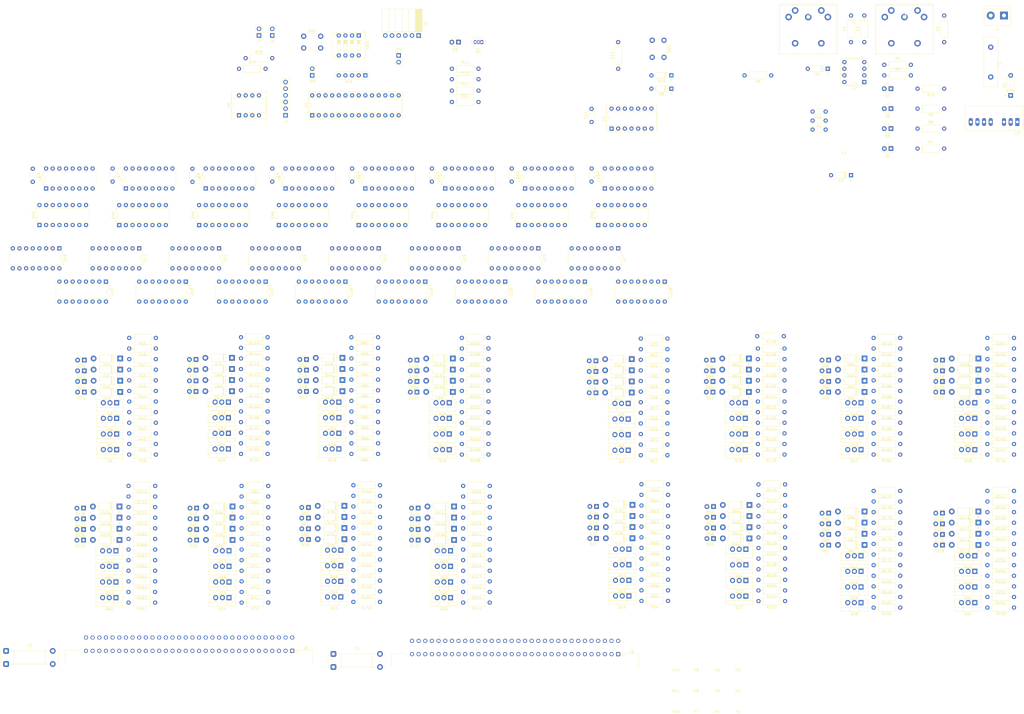
<source format=kicad_pcb>
(kicad_pcb (version 20240108) (generator "pcbnew") (generator_version "8.0")
  (layers (0 "F.Cu" signal) (31 "B.Cu" signal) (34 "B.Paste" user) (35 "F.Paste" user) (36 "B.SilkS" user "B.Silkscreen") (37 "F.SilkS" user "F.Silkscreen") (38 "B.Mask" user) (39 "F.Mask" user) (44 "Edge.Cuts" user))
  (net 0 "")
  (net 1 "GND")
  (net 2 "VCC")
  (net 3 "VEE")
  (net 4 "Net-(D1-A)")
  (net 5 "Net-(D1-K)")
  (net 6 "Net-(D2-A)")
  (net 7 "Net-(D4-K)")
  (net 8 "Net-(D5-A)")
  (net 9 "Net-(D6-A)")
  (net 10 "Net-(D7-A)")
  (net 11 "Net-(D10-A)")
  (net 12 "Net-(D9-A)")
  (net 13 "/~{OE}")
  (net 14 "/~{MCLR}")
  (net 15 "/Module_33/Sorties_10/V_COM")
  (net 16 "/Module_33/O_00")
  (net 17 "/Module_33/O_01")
  (net 18 "/Module_33/O_02")
  (net 19 "/Module_33/O_03")
  (net 20 "Net-(D15-A)")
  (net 21 "Net-(D16-A)")
  (net 22 "Net-(D17-A)")
  (net 23 "Net-(D18-A)")
  (net 24 "/Module_32/Sorties_10/V_COM")
  (net 25 "/Module_32/O_04")
  (net 26 "/Module_32/O_05")
  (net 27 "/Module_32/O_06")
  (net 28 "/Module_32/O_07")
  (net 29 "Net-(D23-A)")
  (net 30 "Net-(D24-A)")
  (net 31 "Net-(D25-A)")
  (net 32 "Net-(D26-A)")
  (net 33 "/Module_33/O_04")
  (net 34 "/Module_33/O_05")
  (net 35 "/Module_33/O_06")
  (net 36 "/Module_33/O_07")
  (net 37 "Net-(D31-A)")
  (net 38 "Net-(D32-A)")
  (net 39 "Net-(D33-A)")
  (net 40 "Net-(D34-A)")
  (net 41 "/Module_32/O_08")
  (net 42 "/Module_32/O_09")
  (net 43 "/Module_32/O_10")
  (net 44 "/Module_32/O_11")
  (net 45 "Net-(D39-A)")
  (net 46 "Net-(D40-A)")
  (net 47 "Net-(D41-A)")
  (net 48 "Net-(D42-A)")
  (net 49 "/Module_32/O_12")
  (net 50 "/Module_32/O_13")
  (net 51 "/Module_32/O_14")
  (net 52 "/Module_32/O_15")
  (net 53 "Net-(D47-A)")
  (net 54 "Net-(D48-A)")
  (net 55 "Net-(D49-A)")
  (net 56 "Net-(D50-A)")
  (net 57 "/Module_33/O_08")
  (net 58 "/Module_33/O_09")
  (net 59 "/Module_33/O_10")
  (net 60 "/Module_33/O_11")
  (net 61 "Net-(D55-A)")
  (net 62 "Net-(D56-A)")
  (net 63 "Net-(D57-A)")
  (net 64 "Net-(D58-A)")
  (net 65 "/Module_33/O_12")
  (net 66 "/Module_33/O_13")
  (net 67 "/Module_33/O_14")
  (net 68 "/Module_33/O_15")
  (net 69 "Net-(D63-A)")
  (net 70 "Net-(D64-A)")
  (net 71 "Net-(D65-A)")
  (net 72 "Net-(D66-A)")
  (net 73 "/Module_32/O_16")
  (net 74 "/Module_32/O_17")
  (net 75 "/Module_32/O_18")
  (net 76 "/Module_32/O_19")
  (net 77 "Net-(D71-A)")
  (net 78 "Net-(D72-A)")
  (net 79 "Net-(D73-A)")
  (net 80 "Net-(D74-A)")
  (net 81 "/Module_32/O_20")
  (net 82 "/Module_32/O_21")
  (net 83 "/Module_32/O_22")
  (net 84 "/Module_32/O_23")
  (net 85 "Net-(D79-A)")
  (net 86 "Net-(D80-A)")
  (net 87 "Net-(D81-A)")
  (net 88 "Net-(D82-A)")
  (net 89 "/Module_33/O_16")
  (net 90 "/Module_33/O_17")
  (net 91 "/Module_33/O_18")
  (net 92 "/Module_33/O_19")
  (net 93 "Net-(D87-A)")
  (net 94 "Net-(D88-A)")
  (net 95 "Net-(D89-A)")
  (net 96 "Net-(D90-A)")
  (net 97 "/Module_33/O_20")
  (net 98 "/Module_33/O_21")
  (net 99 "/Module_33/O_22")
  (net 100 "/Module_33/O_23")
  (net 101 "Net-(D95-A)")
  (net 102 "Net-(D96-A)")
  (net 103 "Net-(D97-A)")
  (net 104 "Net-(D98-A)")
  (net 105 "/Module_32/O_24")
  (net 106 "/Module_32/O_25")
  (net 107 "/Module_32/O_26")
  (net 108 "/Module_32/O_27")
  (net 109 "Net-(D103-A)")
  (net 110 "Net-(D104-A)")
  (net 111 "Net-(D105-A)")
  (net 112 "Net-(D106-A)")
  (net 113 "/Module_32/O_28")
  (net 114 "/Module_32/O_29")
  (net 115 "/Module_32/O_30")
  (net 116 "/Module_32/O_31")
  (net 117 "Net-(D111-A)")
  (net 118 "Net-(D112-A)")
  (net 119 "Net-(D113-A)")
  (net 120 "Net-(D114-A)")
  (net 121 "/Module_33/O_24")
  (net 122 "/Module_33/O_25")
  (net 123 "/Module_33/O_26")
  (net 124 "/Module_33/O_27")
  (net 125 "Net-(D119-A)")
  (net 126 "Net-(D120-A)")
  (net 127 "Net-(D121-A)")
  (net 128 "Net-(D122-A)")
  (net 129 "/Module_33/O_28")
  (net 130 "/Module_33/O_29")
  (net 131 "/Module_33/O_30")
  (net 132 "/Module_33/O_31")
  (net 133 "Net-(D127-A)")
  (net 134 "Net-(D128-A)")
  (net 135 "Net-(D129-A)")
  (net 136 "Net-(D130-A)")
  (net 137 "/Module_32/O_00")
  (net 138 "/Module_32/O_01")
  (net 139 "/Module_32/O_02")
  (net 140 "/Module_32/O_03")
  (net 141 "Net-(D135-A)")
  (net 142 "Net-(D136-A)")
  (net 143 "Net-(D137-A)")
  (net 144 "Net-(D138-A)")
  (net 145 "Net-(J1-Pin_2)")
  (net 146 "Net-(J8-Pin_a1)")
  (net 147 "/Module_32/Sorties_10/V_IN")
  (net 148 "/Module_33/Sorties_10/V_IN")
  (net 149 "Net-(J9-Pin_a1)")
  (net 150 "Net-(J1-Pin_1)")
  (net 153 "Net-(J2-Pad4)")
  (net 157 "Net-(J3-Pad5)")
  (net 158 "Net-(J3-Pad4)")
  (net 160 "/PGC")
  (net 161 "/PGM")
  (net 162 "/PGD")
  (net 163 "/DTR")
  (net 164 "/RxD")
  (net 165 "/TxD")
  (net 166 "/CTS")
  (net 167 "Net-(J5-Pin_4)")
  (net 168 "Net-(J6-Pin_1)")
  (net 169 "Net-(J7-Pin_1)")
  (net 170 "/Midi_In")
  (net 171 "Net-(Q1-B)")
  (net 172 "Net-(Q2-G)")
  (net 173 "Net-(Q3-G)")
  (net 174 "Net-(Q4-G)")
  (net 175 "Net-(Q5-G)")
  (net 176 "Net-(Q6-G)")
  (net 177 "Net-(Q7-G)")
  (net 178 "Net-(Q8-G)")
  (net 179 "Net-(Q9-G)")
  (net 180 "Net-(Q10-G)")
  (net 181 "Net-(Q11-G)")
  (net 182 "Net-(Q12-G)")
  (net 183 "Net-(Q13-G)")
  (net 184 "Net-(Q14-G)")
  (net 185 "Net-(Q15-G)")
  (net 186 "Net-(Q16-G)")
  (net 187 "Net-(Q17-G)")
  (net 188 "Net-(Q18-G)")
  (net 189 "Net-(Q19-G)")
  (net 190 "Net-(Q20-G)")
  (net 191 "Net-(Q21-G)")
  (net 192 "Net-(Q22-G)")
  (net 193 "Net-(Q23-G)")
  (net 194 "Net-(Q24-G)")
  (net 195 "Net-(Q25-G)")
  (net 196 "Net-(Q26-G)")
  (net 197 "Net-(Q27-G)")
  (net 198 "Net-(Q28-G)")
  (net 199 "Net-(Q29-G)")
  (net 200 "Net-(Q30-G)")
  (net 201 "Net-(Q31-G)")
  (net 202 "Net-(Q32-G)")
  (net 203 "Net-(Q33-G)")
  (net 204 "Net-(Q34-G)")
  (net 205 "Net-(Q35-G)")
  (net 206 "Net-(Q36-G)")
  (net 207 "Net-(Q37-G)")
  (net 208 "Net-(Q38-G)")
  (net 209 "Net-(Q39-G)")
  (net 210 "Net-(Q40-G)")
  (net 211 "Net-(Q41-G)")
  (net 212 "Net-(Q42-G)")
  (net 213 "Net-(Q43-G)")
  (net 214 "Net-(Q44-G)")
  (net 215 "Net-(Q45-G)")
  (net 216 "Net-(Q46-G)")
  (net 217 "Net-(Q47-G)")
  (net 218 "Net-(Q48-G)")
  (net 219 "Net-(Q49-G)")
  (net 220 "Net-(Q50-G)")
  (net 221 "Net-(Q51-G)")
  (net 222 "Net-(Q52-G)")
  (net 223 "Net-(Q53-G)")
  (net 224 "Net-(Q54-G)")
  (net 225 "Net-(Q55-G)")
  (net 226 "Net-(Q56-G)")
  (net 227 "Net-(Q57-G)")
  (net 228 "Net-(Q58-G)")
  (net 229 "Net-(Q59-G)")
  (net 230 "Net-(Q60-G)")
  (net 231 "Net-(Q61-G)")
  (net 232 "Net-(Q62-G)")
  (net 233 "Net-(Q63-G)")
  (net 234 "Net-(Q64-G)")
  (net 235 "Net-(Q65-G)")
  (net 236 "Net-(R3-Pad1)")
  (net 237 "Net-(R6-Pad2)")
  (net 238 "Net-(R7-Pad2)")
  (net 239 "/Midi_Ack")
  (net 240 "/LED_RUN")
  (net 241 "Net-(R22-Pad2)")
  (net 242 "Net-(R23-Pad2)")
  (net 243 "Net-(R24-Pad2)")
  (net 244 "Net-(R25-Pad2)")
  (net 245 "Net-(R38-Pad2)")
  (net 246 "Net-(R39-Pad2)")
  (net 247 "Net-(R40-Pad2)")
  (net 248 "Net-(R41-Pad2)")
  (net 249 "Net-(R54-Pad2)")
  (net 250 "Net-(R55-Pad2)")
  (net 251 "Net-(R56-Pad2)")
  (net 252 "Net-(R57-Pad2)")
  (net 253 "Net-(R70-Pad2)")
  (net 254 "Net-(R71-Pad2)")
  (net 255 "Net-(R72-Pad2)")
  (net 256 "Net-(R73-Pad2)")
  (net 257 "Net-(R86-Pad2)")
  (net 258 "Net-(R87-Pad2)")
  (net 259 "Net-(R88-Pad2)")
  (net 260 "Net-(R89-Pad2)")
  (net 261 "Net-(R102-Pad2)")
  (net 262 "Net-(R103-Pad2)")
  (net 263 "Net-(R104-Pad2)")
  (net 264 "Net-(R105-Pad2)")
  (net 265 "Net-(R118-Pad2)")
  (net 266 "Net-(R119-Pad2)")
  (net 267 "Net-(R120-Pad2)")
  (net 268 "Net-(R121-Pad2)")
  (net 269 "Net-(R134-Pad2)")
  (net 270 "Net-(R135-Pad2)")
  (net 271 "Net-(R136-Pad2)")
  (net 272 "Net-(R137-Pad2)")
  (net 273 "Net-(R150-Pad2)")
  (net 274 "Net-(R151-Pad2)")
  (net 275 "Net-(R152-Pad2)")
  (net 276 "Net-(R153-Pad2)")
  (net 277 "Net-(R166-Pad2)")
  (net 278 "Net-(R167-Pad2)")
  (net 279 "Net-(R168-Pad2)")
  (net 280 "Net-(R169-Pad2)")
  (net 281 "Net-(R182-Pad2)")
  (net 282 "Net-(R183-Pad2)")
  (net 283 "Net-(R184-Pad2)")
  (net 284 "Net-(R185-Pad2)")
  (net 285 "Net-(R198-Pad2)")
  (net 286 "Net-(R199-Pad2)")
  (net 287 "Net-(R200-Pad2)")
  (net 288 "Net-(R201-Pad2)")
  (net 289 "Net-(R214-Pad2)")
  (net 290 "Net-(R215-Pad2)")
  (net 291 "Net-(R216-Pad2)")
  (net 292 "Net-(R217-Pad2)")
  (net 293 "Net-(R230-Pad2)")
  (net 294 "Net-(R231-Pad2)")
  (net 295 "Net-(R232-Pad2)")
  (net 296 "Net-(R233-Pad2)")
  (net 297 "Net-(R246-Pad2)")
  (net 298 "Net-(R247-Pad2)")
  (net 299 "Net-(R248-Pad2)")
  (net 300 "Net-(R249-Pad2)")
  (net 301 "Net-(R262-Pad2)")
  (net 302 "Net-(R263-Pad2)")
  (net 303 "Net-(R264-Pad2)")
  (net 304 "Net-(R265-Pad2)")
  (net 305 "Net-(RN1-R4)")
  (net 306 "Net-(RN1-R3)")
  (net 307 "Net-(RN1-R1)")
  (net 308 "Net-(RN1-R2)")
  (net 309 "Net-(U4-T0CKI{slash}RA4)")
  (net 310 "Net-(U1-Pad2)")
  (net 311 "Net-(U2-VO2)")
  (net 316 "Net-(U2-VO1)")
  (net 320 "/LAT")
  (net 321 "Net-(U4-RC1{slash}T1OSI{slash}CCP2)")
  (net 322 "Net-(U4-Vref-{slash}AN2{slash}RA2)")
  (net 323 "/SCL")
  (net 329 "/DATA_IN")
  (net 333 "Net-(U5B--)")
  (net 334 "Net-(U5A--)")
  (net 335 "/Module_32/Sorties_4/IN_2")
  (net 336 "/Module_32/Sorties_4/IN_3")
  (net 337 "/Module_32/Sorties_5/IN_1")
  (net 338 "/Module_32/Sorties_4/IN_4")
  (net 339 "/Module_32/D1")
  (net 340 "/Module_32/Sorties_5/IN_4")
  (net 341 "/Module_32/Sorties_4/IN_1")
  (net 342 "/Module_32/Sorties_5/IN_3")
  (net 343 "/Module_32/Sorties_5/IN_2")
  (net 344 "/Module_32/Sorties_6/IN_1")
  (net 345 "/Module_32/Sorties_6/IN_4")
  (net 346 "/Module_32/Sorties_7/IN_2")
  (net 347 "/Module_32/Sorties_6/IN_2")
  (net 348 "/Module_32/Sorties_7/IN_3")
  (net 349 "/Module_32/Sorties_6/IN_3")
  (net 350 "/Module_32/D2")
  (net 351 "/Module_32/Sorties_7/IN_4")
  (net 352 "/Module_32/Sorties_7/IN_1")
  (net 353 "/Module_32/Sorties_9/IN_3")
  (net 354 "/Module_32/Sorties_8/IN_2")
  (net 355 "/Module_32/Sorties_8/IN_3")
  (net 356 "/Module_32/Sorties_8/IN_4")
  (net 357 "/Module_32/Sorties_9/IN_1")
  (net 358 "/Module_32/Sorties_8/IN_1")
  (net 359 "/Module_32/Sorties_9/IN_2")
  (net 360 "/Module_32/Sorties_9/IN_4")
  (net 361 "/Module_32/D3")
  (net 362 "/Module_32/Sorties_11/IN_4")
  (net 363 "/Module_32/Sorties_10/IN_2")
  (net 364 "/Module_32/Sorties_11/IN_2")
  (net 365 "/Module_32/Sorties_10/IN_4")
  (net 366 "/Module_32/DATA_OUT")
  (net 367 "/Module_32/Sorties_11/IN_1")
  (net 368 "/Module_32/Sorties_10/IN_1")
  (net 369 "/Module_32/Sorties_10/IN_3")
  (net 370 "/Module_32/Sorties_11/IN_3")
  (net 371 "/Module_33/Sorties_5/IN_4")
  (net 372 "/Module_33/Sorties_4/IN_1")
  (net 373 "/Module_33/Sorties_5/IN_3")
  (net 374 "/Module_33/Sorties_5/IN_1")
  (net 375 "/Module_33/Sorties_5/IN_2")
  (net 376 "/Module_33/D1")
  (net 377 "/Module_33/Sorties_4/IN_2")
  (net 378 "/Module_33/Sorties_4/IN_3")
  (net 379 "/Module_33/Sorties_4/IN_4")
  (net 380 "/Module_33/D2")
  (net 381 "/Module_33/Sorties_7/IN_1")
  (net 382 "/Module_33/Sorties_7/IN_2")
  (net 383 "/Module_33/Sorties_6/IN_3")
  (net 384 "/Module_33/Sorties_7/IN_3")
  (net 385 "/Module_33/Sorties_6/IN_2")
  (net 386 "/Module_33/Sorties_7/IN_4")
  (net 387 "/Module_33/Sorties_6/IN_1")
  (net 388 "/Module_33/Sorties_6/IN_4")
  (net 389 "/Module_33/Sorties_9/IN_2")
  (net 390 "/Module_33/Sorties_8/IN_1")
  (net 391 "/Module_33/Sorties_9/IN_3")
  (net 392 "/Module_33/Sorties_8/IN_2")
  (net 393 "/Module_33/D3")
  (net 394 "/Module_33/Sorties_9/IN_4")
  (net 395 "/Module_33/Sorties_8/IN_4")
  (net 396 "/Module_33/Sorties_9/IN_1")
  (net 397 "/Module_33/Sorties_8/IN_3")
  (net 398 "/Module_33/Sorties_11/IN_2")
  (net 399 "/Module_33/Sorties_11/IN_1")
  (net 400 "/Module_33/Sorties_10/IN_1")
  (net 401 "/Module_33/Sorties_10/IN_4")
  (net 402 "/Module_33/Sorties_11/IN_3")
  (net 403 "/Module_33/DATA_OUT")
  (net 404 "/Module_33/Sorties_10/IN_3")
  (net 405 "/Module_33/Sorties_10/IN_2")
  (net 406 "/Module_33/Sorties_11/IN_4")
  (net 407 "Net-(RN2-R8.2)")
  (net 408 "Net-(RN2-R2.2)")
  (net 409 "Net-(RN2-R3.2)")
  (net 410 "Net-(RN2-R4.2)")
  (net 411 "Net-(RN2-R7.2)")
  (net 412 "Net-(RN2-R1.2)")
  (net 413 "Net-(RN2-R5.2)")
  (net 414 "Net-(RN2-R6.2)")
  (net 415 "Net-(RN3-R1.2)")
  (net 416 "Net-(RN3-R8.2)")
  (net 417 "Net-(RN3-R4.2)")
  (net 418 "Net-(RN3-R5.2)")
  (net 419 "Net-(RN3-R2.2)")
  (net 420 "Net-(RN3-R3.2)")
  (net 421 "Net-(RN3-R6.2)")
  (net 422 "Net-(RN3-R7.2)")
  (net 423 "Net-(RN4-R6.2)")
  (net 424 "Net-(RN4-R4.2)")
  (net 425 "Net-(RN4-R1.2)")
  (net 426 "Net-(RN4-R2.2)")
  (net 427 "Net-(RN4-R7.2)")
  (net 428 "Net-(RN4-R8.2)")
  (net 429 "Net-(RN4-R5.2)")
  (net 430 "Net-(RN4-R3.2)")
  (net 431 "Net-(RN5-R5.2)")
  (net 432 "Net-(RN5-R7.2)")
  (net 433 "Net-(RN5-R2.2)")
  (net 434 "Net-(RN5-R6.2)")
  (net 435 "Net-(RN5-R3.2)")
  (net 436 "Net-(RN5-R8.2)")
  (net 437 "Net-(RN5-R1.2)")
  (net 438 "Net-(RN5-R4.2)")
  (net 439 "Net-(RN6-R2.2)")
  (net 440 "Net-(RN6-R4.2)")
  (net 441 "Net-(RN6-R5.2)")
  (net 442 "Net-(RN6-R8.2)")
  (net 443 "Net-(RN6-R1.2)")
  (net 444 "Net-(RN6-R6.2)")
  (net 445 "Net-(RN6-R7.2)")
  (net 446 "Net-(RN6-R3.2)")
  (net 447 "Net-(RN7-R7.2)")
  (net 448 "Net-(RN7-R4.2)")
  (net 449 "Net-(RN7-R5.2)")
  (net 450 "Net-(RN7-R1.2)")
  (net 451 "Net-(RN7-R3.2)")
  (net 452 "Net-(RN7-R2.2)")
  (net 453 "Net-(RN7-R6.2)")
  (net 454 "Net-(RN7-R8.2)")
  (net 455 "Net-(RN8-R5.2)")
  (net 456 "Net-(RN8-R3.2)")
  (net 457 "Net-(RN8-R1.2)")
  (net 458 "Net-(RN8-R7.2)")
  (net 459 "Net-(RN8-R6.2)")
  (net 460 "Net-(RN8-R2.2)")
  (net 461 "Net-(RN8-R4.2)")
  (net 462 "Net-(RN8-R8.2)")
  (net 463 "Net-(RN9-R2.2)")
  (net 464 "Net-(RN9-R3.2)")
  (net 465 "Net-(RN9-R6.2)")
  (net 466 "Net-(RN9-R1.2)")
  (net 467 "Net-(RN9-R7.2)")
  (net 468 "Net-(RN9-R8.2)")
  (net 469 "Net-(RN9-R5.2)")
  (net 470 "Net-(RN9-R4.2)")
  (footprint "Package_DIP:DIP-16_W7.62mm" (layer "F.Cu") (at 175.26 119.38 -90)
    (property "Reference" "U16")
    (property "Value" "LTV-847M")
  )
  (footprint "MountingHole:MountingHole_3.2mm_M3" (layer "F.Cu") (at 270.79 271.45 180)
    (property "Reference" "H11")
    (property "Value" "MountingHole")
  )
  (footprint "Resistor_THT:R_Axial_DIN0207_L6.3mm_D2.5mm_P10.16mm_Horizontal" (layer "F.Cu") (at 115.062 177.066 180)
    (property "Reference" "R136")
    (property "Value" "20k")
  )
  (footprint "Resistor_THT:R_Axial_DIN0207_L6.3mm_D2.5mm_P10.16mm_Horizontal" (layer "F.Cu") (at 400.05 243.84 180)
    (property "Reference" "R230")
    (property "Value" "20k")
  )
  (footprint "Resistor_THT:R_Axial_DIN0207_L6.3mm_D2.5mm_P10.16mm_Horizontal" (layer "F.Cu") (at 157.972 201.176 180)
    (property "Reference" "R160")
    (property "Value" "2,4k")
  )
  (footprint "Resistor_THT:R_Axial_DIN0207_L6.3mm_D2.5mm_P10.16mm_Horizontal" (layer "F.Cu") (at 267.97 229.15 180)
    (property "Reference" "R57")
    (property "Value" "20k")
  )
  (footprint "Resistor_THT:R_Axial_DIN0207_L6.3mm_D2.5mm_P10.16mm_Horizontal" (layer "F.Cu") (at 356.616 177.32 180)
    (property "Reference" "R184")
    (property "Value" "20k")
  )
  (footprint "Resistor_THT:R_Axial_DIN0207_L6.3mm_D2.5mm_P10.16mm_Horizontal" (layer "F.Cu") (at 115.062 156.816 180)
    (property "Reference" "R141")
    (property "Value" "10k")
  )
  (footprint "Resistor_THT:R_Axial_DIN0207_L6.3mm_D2.5mm_P10.16mm_Horizontal" (layer "F.Cu") (at 312.642 241.35 180)
    (property "Reference" "R102")
    (property "Value" "20k")
  )
  (footprint "LED_THT:LED_D1.8mm_W3.3mm_H2.4mm" (layer "F.Cu") (at 172.07 161.57 180)
    (property "Reference" "D103")
    (property "Value" "LED")
  )
  (footprint "Resistor_THT:R_Axial_DIN0207_L6.3mm_D2.5mm_P10.16mm_Horizontal" (layer "F.Cu") (at 115.062 173.016 180)
    (property "Reference" "R137")
    (property "Value" "20k")
  )
  (footprint "Resistor_THT:R_Axial_DIN0207_L6.3mm_D2.5mm_P10.16mm_Horizontal" (layer "F.Cu") (at 267.716 181.624 180)
    (property "Reference" "R23")
    (property "Value" "20k")
  )
  (footprint "Package_TO_SOT_THT:TO-220-3_Vertical" (layer "F.Cu") (at 184.42 177.56 180)
    (property "Reference" "Q47")
    (property "Value" "IRF9Z34")
  )
  (footprint "LED_THT:LED_D1.8mm_W3.3mm_H2.4mm" (layer "F.Cu") (at 329.296 161.57 180)
    (property "Reference" "D95")
    (property "Value" "LED")
  )
  (footprint "Connector_PinHeader_2.54mm:PinHeader_1x06_P2.54mm_Vertical" (layer "F.Cu") (at 121.92 55.88 180)
    (property "Reference" "J4")
    (property "Value" "ICSP")
  )
  (footprint "Diode_THT:D_DO-41_SOD81_P10.16mm_Horizontal" (layer "F.Cu") (at 343.006 148.73 180)
    (property "Reference" "D94")
    (property "Value" "1N4004")
  )
  (footprint "MountingHole:MountingHole_3.2mm_M3" (layer "F.Cu") (at 294.64 263.5 180)
    (property "Reference" "H3")
    (property "Value" "MountingHole")
  )
  (footprint "Diode_THT:D_DO-41_SOD81_P10.16mm_Horizontal" (layer "F.Cu") (at 58.78 148.73 180)
    (property "Reference" "D22")
    (property "Value" "1N4004")
  )
  (footprint "Connector_PinHeader_2.54mm:PinHeader_1x02_P2.54mm_Vertical" (layer "F.Cu") (at 116.84 25.4 180)
    (property "Reference" "J6")
    (property "Value" "Expr 2")
  )
  (footprint "LED_THT:LED_D1.8mm_W3.3mm_H2.4mm" (layer "F.Cu") (at 372.73 207.78 180)
    (property "Reference" "D122")
    (property "Value" "LED")
  )
  (footprint "Diode_THT:D_DO-41_SOD81_P10.16mm_Horizontal" (layer "F.Cu") (at 143.616 156.976 180)
    (property "Reference" "D44")
    (property "Value" "1N4004")
  )
  (footprint "Resistor_THT:R_Axial_DIN0207_L6.3mm_D2.5mm_P10.16mm_Horizontal" (layer "F.Cu") (at 267.97 233.2 180)
    (property "Reference" "R56")
    (property "Value" "20k")
  )
  (footprint "Resistor_THT:R_Axial_DIN0207_L6.3mm_D2.5mm_P10.16mm_Horizontal" (layer "F.Cu") (at 373.38 27.94 90)
    (property "Reference" "R2")
    (property "Value" "220")
  )
  (footprint "Resistor_THT:R_Axial_DIN0207_L6.3mm_D2.5mm_P10.16mm_Horizontal" (layer "F.Cu") (at 400.05 231.69 180)
    (property "Reference" "R233")
    (property "Value" "20k")
  )
  (footprint "Resistor_THT:R_Axial_DIN0207_L6.3mm_D2.5mm_P10.16mm_Horizontal" (layer "F.Cu") (at 115.062 164.916 180)
    (property "Reference" "R139")
    (property "Value" "10k")
  )
  (footprint "Resistor_THT:R_Axial_DIN0207_L6.3mm_D2.5mm_P10.16mm_Horizontal" (layer "F.Cu") (at 199.39 153.02 180)
    (property "Reference" "R206")
    (property "Value" "2,4k")
  )
  (footprint "Resistor_THT:R_Axial_DIN0207_L6.3mm_D2.5mm_P10.16mm_Horizontal" (layer "F.Cu") (at 157.226 140.616 180)
    (property "Reference" "R97")
    (property "Value" "2,4k")
  )
  (footprint "Resistor_THT:R_Axial_DIN0207_L6.3mm_D2.5mm_P10.16mm_Horizontal" (layer "F.Cu") (at 157.972 237.626 180)
    (property "Reference" "R151")
    (property "Value" "20k")
  )
  (footprint "Converter_DCDC:Converter_DCDC_TRACO_TMR-xxxx_THT" (layer "F.Cu") (at 401.32 58.42 180)
    (property "Reference" "U3")
    (property "Value" "TMR 6-2411")
  )
  (footprint "Package_TO_SOT_THT:TO-220-3_Vertical" (layer "F.Cu") (at 100.33 234.07 180)
    (property "Reference" "Q15")
    (property "Value" "IRF9Z34")
  )
  (footprint "Diode_THT:D_DO-41_SOD81_P10.16mm_Horizontal" (layer "F.Cu") (at 343.006 215.65 180)
    (property "Reference" "D84")
    (property "Value" "1N4004")
  )
  (footprint "Resistor_THT:R_Axial_DIN0207_L6.3mm_D2.5mm_P10.16mm_Horizontal" (layer "F.Cu") (at 199.882 205.48 180)
    (property "Reference" "R223")
    (property "Value" "2,4k")
  )
  (footprint "Diode_THT:D_DO-41_SOD81_P10.16mm_Horizontal" (layer "F.Cu") (at 254.106 161.734 180)
    (property "Reference" "D11")
    (property "Value" "1N4004")
  )
  (footprint "Resistor_THT:R_Axial_DIN0207_L6.3mm_D2.5mm_P10.16mm_Horizontal" (layer "F.Cu") (at 115.062 148.716 180)
    (property "Reference" "R143")
    (property "Value" "2,4k")
  )
  (footprint "Diode_THT:D_DO-41_SOD81_P10.16mm_Horizontal" (layer "F.Cu") (at 101.69 217.99 180)
    (property "Reference" "D35")
    (property "Value" "1N4004")
  )
  (footprint "LED_THT:LED_D1.8mm_W3.3mm_H2.4mm" (layer "F.Cu") (at 87.742 161.316 180)
    (property "Reference" "D71")
    (property "Value" "LED")
  )
  (footprint "Resistor_THT:R_Axial_DIN0207_L6.3mm_D2.5mm_P10.16mm_Horizontal" (layer "F.Cu") (at 400.05 211.44 180)
    (property "Reference" "R238")
    (property "Value" "2,4k")
  )
  (footprint "Connector_PinHeader_2.54mm:PinHeader_1x02_P2.54mm_Vertical" (layer "F.Cu") (at 111.76 25.4 180)
    (property "Reference" "J7")
    (property "Value" "Expr 1")
  )
  (footprint "Resistor_THT:R_Axial_DIN0207_L6.3mm_D2.5mm_P10.16mm_Horizontal" (layer "F.Cu") (at 267.716 153.274 180)
    (property "Reference" "R30")
    (property "Value" "2,4k")
  )
  (footprint "Resistor_THT:R_Axial_DIN0207_L6.3mm_D2.5mm_P10.16mm_Horizontal" (layer "F.Cu") (at 312.642 229.2 180)
    (property "Reference" "R105")
    (property "Value" "20k")
  )
  (footprint "Package_TO_SOT_THT:TO-220-3_Vertical" (layer "F.Cu") (at 297.45 165.64 180)
    (property "Reference" "Q29")
    (property "Value" "IRF9Z34")
  )
  (footprint "Package_TO_SOT_THT:TO-220-3_Vertical" (layer "F.Cu") (at 143.002 233.816 180)
    (property "Reference" "Q35")
    (property "Value" "IRF9Z34")
  )
  (footprint "Resistor_THT:R_Axial_DIN0207_L6.3mm_D2.5mm_P10.16mm_Horizontal" (layer "F.Cu") (at 72.39 177.32 180)
    (property "Reference" "R40")
    (property "Value" "20k")
  )
  (footprint "Resistor_THT:R_Axial_DIN0207_L6.3mm_D2.5mm_P10.16mm_Horizontal" (layer "F.Cu") (at 312.642 204.9 180)
    (property "Reference" "R111")
    (property "Value" "2,4k")
  )
  (footprint "Diode_THT:D_DO-41_SOD81_P10.16mm_Horizontal" (layer "F.Cu") (at 386.44 207.15 180)
    (property "Reference" "D118")
    (property "Value" "1N4004")
  )
  (footprint "LED_THT:LED_D3.0mm" (layer "F.Cu") (at 353.06 60.96 180)
    (property "Reference" "D5")
    (property "Value" "Midi_Ack")
  )
  (footprint "LED_THT:LED_D1.8mm_W3.3mm_H2.4mm" (layer "F.Cu") (at 172.562 214.01 180)
    (property "Reference" "D112")
    (property "Value" "LED")
  )
  (footprint "Package_TO_SOT_THT:TO-220-3_Vertical" (layer "F.Cu") (at 143.002 221.896 180)
    (property "Reference" "Q37")
    (property "Value" "IRF9Z34")
  )
  (footprint "Package_DIP:DIP-16_W7.62mm" (layer "F.Cu") (at 210.82 97.79 90)
    (property "Reference" "RN7")
    (property "Value" "R_Pack08")
  )
  (footprint "Resistor_THT:R_Axial_DIN0207_L6.3mm_D2.5mm_P10.16mm_Horizontal" (layer "F.Cu") (at 400.05 177.32 180)
    (property "Reference" "R248")
    (property "Value" "20k")
  )
  (footprint "Resistor_THT:R_Axial_DIN0207_L6.3mm_D2.5mm_P10.16mm_Horizontal" (layer "F.Cu") (at 400.05 235.74 180)
    (property "Reference" "R232")
    (property "Value" "20k")
  )
  (footprint "Package_TO_SOT_THT:TO-220-3_Vertical" (layer "F.Cu") (at 297.45 177.56 180)
    (property "Reference" "Q27")
    (property "Value" "IRF9Z34")
  )
  (footprint "Diode_THT:D_DO-41_SOD81_P10.16mm_Horizontal" (layer "F.Cu") (at 343.006 207.15 180)
    (property "Reference" "D86")
    (property "Value" "1N4004")
  )
  (footprint "Resistor_THT:R_Axial_DIN0207_L6.3mm_D2.5mm_P10.16mm_Horizontal" (layer "F.Cu") (at 72.12 197.38 180)
    (property "Reference" "R273")
    (property "Value" "2,4k")
  )
  (footprint "Diode_THT:D_DO-41_SOD81_P10.16mm_Horizontal" (layer "F.Cu") (at 254.36 204.61 180)
    (property "Reference" "D30")
    (property "Value" "1N4004")
  )
  (footprint "Fuse:Fuseholder_Clip-5x20mm_Bel_FC-203-22_Lateral_P17.80x5.00mm_D1.17mm_Horizontal" (layer "F.Cu") (at 140.188 261.53)
    (property "Reference" "F3")
    (property "Value" "Fuse")
  )
  (footprint "Resistor_THT:R_Axial_DIN0207_L6.3mm_D2.5mm_P10.16mm_Horizontal" (layer "F.Cu") (at 199.39 161.12 180)
    (property "Reference" "R204")
    (property "Value" "10k")
  )
  (footprint "Package_DIP:DIP-16_W7.62mm" (layer "F.Cu") (at 88.9 97.79 90)
    (property "Reference" "RN6")
    (property "Value" "R_Pack08")
  )
  (footprint "Resistor_THT:R_Axial_DIN0207_L6.3mm_D2.5mm_P10.16mm_Horizontal" (layer "F.Cu") (at 72.12 205.48 180)
    (property "Reference" "R271")
    (property "Value" "2,4k")
  )
  (footprint "Resistor_THT:R_Axial_DIN0207_L6.3mm_D2.5mm_P10.16mm_Horizontal" (layer "F.Cu") (at 312.642 196.8 180)
    (property "Reference" "R113")
    (property "Value" "2,4k")
  )
  (footprint "Resistor_THT:R_Axial_DIN0207_L6.3mm_D2.5mm_P10.16mm_Horizontal" (layer "F.Cu") (at 157.226 177.066 180)
    (property "Reference" "R88")
    (property "Value" "20k")
  )
  (footprint "Resistor_THT:R_Axial_DIN0207_L6.3mm_D2.5mm_P10.16mm_Horizontal" (layer "F.Cu") (at 267.716 177.574 180)
    (property "Reference" "R24")
    (property "Value" "20k")
  )
  (footprint "Resistor_THT:R_Axial_DIN0207_L6.3mm_D2.5mm_P10.16mm_Horizontal" (layer "F.Cu") (at 400.05 140.87 180)
    (property "Reference" "R257")
    (property "Value" "2,4k")
  )
  (footprint "Resistor_THT:R_Axial_DIN0207_L6.3mm_D2.5mm_P10.16mm_Horizontal" (layer "F.Cu") (at 267.716 161.374 180)
    (property "Reference" "R28")
    (property "Value" "10k")
  )
  (footprint "LED_THT:LED_D1.8mm_W3.3mm_H2.4mm" (layer "F.Cu") (at 240.65 217.45 180)
    (property "Reference" "D31")
    (property "Value" "LED")
  )
  (footprint "Button_Switch_THT:SW_DIP_SPSTx04_Slide_9.78x12.34mm_W7.62mm_P2.54mm" (layer "F.Cu") (at 149.86 25.4 -90)
    (property "Reference" "SW3")
    (property "Value" "Channel")
  )
  (footprint "Diode_THT:D_DO-41_SOD81_P10.16mm_Horizontal" (layer "F.Cu") (at 254.106 157.484 180)
    (property "Reference" "D12")
    (property "Value" "1N4004")
  )
  (footprint "Package_TO_SOT_THT:TO-220-3_Vertical" (layer "F.Cu") (at 253 239.4 180)
    (property "Reference" "Q10")
    (property "Value" "IRF9Z34")
  )
  (footprint "Diode_THT:D_A-405_P7.62mm_Horizontal" (layer "F.Cu") (at 398.78 48.26 90)
    (property "Reference" "D2")
    (property "Value" "1N4001")
  )
  (footprint "Resistor_THT:R_Axial_DIN0207_L6.3mm_D2.5mm_P10.16mm_Horizontal" (layer "F.Cu") (at 72.39 140.87 180)
    (property "Reference" "R49")
    (property "Value" "2,4k")
  )
  (footprint "LED_THT:LED_D1.8mm_W3.3mm_H2.4mm" (layer "F.Cu") (at 129.906 157.246 180)
    (property "Reference" "D48")
    (property "Value" "LED")
  )
  (footprint "Package_TO_SOT_THT:TO-220-3_Vertical" (layer "F.Cu") (at 100.092 177.306 180)
    (property "Reference" "Q31")
    (property "Value" "IRF9Z34")
  )
  (footprint "Package_TO_SOT_THT:TO-220-3_Vertical" (layer "F.Cu") (at 184.912 240.03 180)
    (property "Reference" "Q50")
    (property "Value" "IRF9Z34")
  )
  (footprint "Resistor_THT:R_Axial_DIN0207_L6.3mm_D2.5mm_P10.16mm_Horizontal" (layer "F.Cu") (at 363.22 60.96)
    (property "Reference" "R8")
    (property "Value" "330")
  )
  (footprint "Diode_THT:D_DO-41_SOD81_P10.16mm_Horizontal" (layer "F.Cu") (at 298.81 161.48 180)
    (property "Reference" "D59")
    (property "Value" "1N4004")
  )
  (footprint "Package_TO_SOT_THT:TO-220-3_Vertical" (layer "F.Cu") (at 184.912 228.11 180)
    (property "Reference" "Q52")
    (property "Value" "IRF9Z34")
  )
  (footprint "Diode_THT:D_DO-41_SOD81_P10.16mm_Horizontal" (layer "F.Cu") (at 186.272 213.74 180)
    (property "Reference" "D108")
    (property "Value" "1N4004")
  )
  (footprint "Resistor_THT:R_Axial_DIN0207_L6.3mm_D2.5mm_P10.16mm_Horizontal" (layer "F.Cu") (at 400.05 173.27 180)
    (property "Reference" "R249")
    (property "Value" "20k")
  )
  (footprint "Package_DIP:DIP-16_W7.62mm" (layer "F.Cu") (at 53.34 119.38 -90)
    (property "Reference" "U15")
    (property "Value" "LTV-847M")
  )
  (footprint "Resistor_THT:R_Axial_DIN0207_L6.3mm_D2.5mm_P10.16mm_Horizontal" (layer "F.Cu") (at 356.616 231.69 180)
    (property "Reference" "R169")
    (property "Value" "20k")
  )
  (footprint "Resistor_THT:R_Axial_DIN0207_L6.3mm_D2.5mm_P10.16mm_Horizontal" (layer "F.Cu") (at 312.42 161.12 180)
    (property "Reference" "R124")
    (property "Value" "10k")
  )
  (footprint "Resistor_THT:R_Axial_DIN0207_L6.3mm_D2.5mm_P10.16mm_Horizontal" (layer "F.Cu") (at 312.42 185.42 180)
    (property "Reference" "R118")
    (property "Value" "20k")
  )
  (footprint "Resistor_THT:R_Axial_DIN0207_L6.3mm_D2.5mm_P10.16mm_Horizontal" (layer "F.Cu") (at 267.97 237.25 180)
    (property "Reference" "R55")
    (property "Value" "20k")
  )
  (footprint "Resistor_THT:R_Axial_DIN0207_L6.3mm_D2.5mm_P10.16mm_Horizontal" (layer "F.Cu") (at 72.39 157.07 180)
    (property "Reference" "R45")
    (property "Value" "10k")
  )
  (footprint "Resistor_THT:R_Axial_DIN0207_L6.3mm_D2.5mm_P10.16mm_Horizontal" (layer "F.Cu") (at 267.716 185.674 180)
    (property "Reference" "R22")
    (property "Value" "20k")
  )
  (footprint "LED_THT:LED_D1.8mm_W3.3mm_H2.4mm" (layer "F.Cu") (at 44.8 209.94 180)
    (property "Reference" "D137")
    (property "Value" "LED")
  )
  (footprint "Package_TO_SOT_THT:TO-220-3_Vertical" (layer "F.Cu") (at 100.092 165.386 180)
    (property "Reference" "Q33")
    (property "Value" "IRF9Z34")
  )
  (footprint "Capacitor_THT:C_Disc_D4.3mm_W1.9mm_P5.00mm" (layer "F.Cu") (at 328.14 61.342 180)
    (property "Reference" "C1")
    (property "Value" "100n")
  )
  (footprint "Resistor_THT:R_Axial_DIN0207_L6.3mm_D2.5mm_P10.16mm_Horizontal" (layer "F.Cu") (at 199.39 157.07 180)
    (property "Reference" "R205")
    (property "Value" "10k")
  )
  (footprint "Resistor_THT:R_Axial_DIN0207_L6.3mm_D2.5mm_P10.16mm_Horizontal" (layer "F.Cu") (at 356.616 185.42 180)
    (property "Reference" "R182")
    (property "Value" "20k")
  )
  (footprint "LED_THT:LED_D1.8mm_W3.3mm_H2.4mm" (layer "F.Cu") (at 87.98 209.94 180)
    (property "Reference" "D41")
    (property "Value" "LED")
  )
  (footprint "Diode_THT:D_DO-41_SOD81_P10.16mm_Horizontal" (layer "F.Cu") (at 386.44 148.73 180)
    (property "Reference" "D126")
    (property "Value" "1N4004")
  )
  (footprint "Resistor_THT:R_Axial_DIN0207_L6.3mm_D2.5mm_P10.16mm_Horizontal" (layer "F.Cu") (at 185.42 50.8)
    (property "Reference" "R15")
    (property "Value" "10k")
  )
  (footprint "Package_DIP:DIP-16_W7.62mm" (layer "F.Cu") (at 218.44 106.68 -90)
    (property "Reference" "U23")
    (property "Value" "LTV-847M")
  )
  (footprint "Diode_THT:D_DO-41_SOD81_P10.16mm_Horizontal" (layer "F.Cu") (at 101.69 205.24 180)
    (property "Reference" "D38")
    (property "Value" "1N4004")
  )
  (footprint "Resistor_THT:R_Axial_DIN0207_L6.3mm_D2.5mm_P10.16mm_Horizontal" (layer "F.Cu") (at 199.882 237.88 180)
    (property "Reference" "R215")
    (property "Value" "20k")
  )
  (footprint "Package_TO_SOT_THT:TO-220-3_Vertical" (layer "F.Cu") (at 184.912 222.15 180)
    (property "Reference" "Q53")
    (property "Value" "IRF9Z34")
  )
  (footprint "LED_THT:LED_D1.8mm_W3.3mm_H2.4mm" (layer "F.Cu") (at 329.296 211.85 180)
    (property "Reference" "D89")
    (property "Value" "LED")
  )
  (footprint "Resistor_THT:R_Axial_DIN0207_L6.3mm_D2.5mm_P10.16mm_Horizontal" (layer "F.Cu") (at 157.226 168.966 180)
    (property "Reference" "R90")
    (property "Value" "10k")
  )
  (footprint "Resistor_THT:R_Axial_DIN0207_L6.3mm_D2.5mm_P10.16mm_Horizontal" (layer "F.Cu") (at 72.12 233.83 180)
    (property "Reference" "R264")
    (property "Value" "20k")
  )
  (footprint "LED_THT:LED_D1.8mm_W3.3mm_H2.4mm" (layer "F.Cu") (at 172.562 209.94 180)
    (property "Reference" "D113")
    (property "Value" "LED")
  )
  (footprint "Resistor_THT:R_Axial_DIN0207_L6.3mm_D2.5mm_P10.16mm_Horizontal" (layer "F.Cu") (at 356.616 157.07 180)
    (property "Reference" "R189")
    (property "Value" "10k")
  )
  (footprint "Resistor_THT:R_Axial_DIN0207_L6.3mm_D2.5mm_P10.16mm_Horizontal" (layer "F.Cu") (at 312.642 213 180)
    (property "Reference" "R109")
    (property "Value" "10k")
  )
  (footprint "LED_THT:LED_D1.8mm_W3.3mm_H2.4mm" (layer "F.Cu") (at 87.742 153.176 180)
    (property "Reference" "D73")
    (property "Value" "LED")
  )
  (footprint "LED_THT:LED_D1.8mm_W3.3mm_H2.4mm" (layer "F.Cu") (at 329.296 157.5 180)
    (property "Reference" "D96")
    (property "Value" "LED")
  )
  (footprint "LED_THT:LED_D1.8mm_W3.3mm_H2.4mm" (layer "F.Cu") (at 285.1 161.57 180)
    (property "Reference" "D63")
    (property "Value" "LED")
  )
  (footprint "Resistor_THT:R_Axial_DIN0207_L6.3mm_D2.5mm_P10.16mm_Horizontal" (layer "F.Cu") (at 199.39 173.27 180)
    (property "Reference" "R201")
    (property "Value" "20k")
  )
  (footprint "Fuse:Fuse_Littelfuse-LVR100" (layer "F.Cu") (at 391.16 29.86 -90)
    (property "Reference" "F1")
    (property "Value" "Polyfuse")
  )
  (footprint "Diode_THT:D_DO-41_SOD81_P10.16mm_Horizontal" (layer "F.Cu") (at 101.452 156.976 180)
    (property "Reference" "D68")
    (property "Value" "1N4004")
  )
  (footprint "LED_THT:LED_D1.8mm_W3.3mm_H2.4mm" (layer "F.Cu") (at 172.07 153.43 180)
    (property "Reference" "D105")
    (property "Value" "LED")
  )
  (footprint "Resistor_THT:R_Axial_DIN0207_L6.3mm_D2.5mm_P10.16mm_Horizontal" (layer "F.Cu") (at 312.642 200.85 180)
    (property "Reference" "R112")
    (property "Value" "2,4k")
  )
  (footprint "Connector_Audio:DIN5" (layer "F.Cu") (at 321.484 18.36 180)
    (property "Reference" "J2")
    (property "Value" "Midi-In")
  )
  (footprint "Resistor_THT:R_Axial_DIN0207_L6.3mm_D2.5mm_P10.16mm_Horizontal" (layer "F.Cu") (at 115.3 237.88 180)
    (property "Reference" "R71")
    (property "Value" "20k")
  )
  (footprint "Diode_THT:D_DO-41_SOD81_P10.16mm_Horizontal" (layer "F.Cu") (at 254.36 217.36 180)
    (property "Reference" "D27")
    (property "Value" "1N4004")
  )
  (footprint "Resistor_THT:R_Axial_DIN0207_L6.3mm_D2.5mm_P10.16mm_Horizontal" (layer "F.Cu") (at 72.39 153.02 180)
    (property "Reference" "R46")
    (property "Value" "2,4k")
  )
  (footprint "Resistor_THT:R_Axial_DIN0207_L6.3mm_D2.5mm_P10.16mm_Horizontal" (layer "F.Cu") (at 157.226 160.866 180)
    (property "Reference" "R92")
    (property "Value" "10k")
  )
  (footprint "Package_TO_SOT_THT:TO-220-3_Vertical" (layer "F.Cu") (at 341.646 230.02 180)
    (property "Reference" "Q40")
    (property "Value" "IRF9Z34")
  )
  (footprint "Resistor_THT:R_Axial_DIN0207_L6.3mm_D2.5mm_P10.16mm_Horizontal" (layer "F.Cu") (at 72.12 213.58 180)
    (property "Reference" "R269")
    (property "Value" "10k")
  )
  (footprint "Capacitor_THT:C_Disc_D4.3mm_W1.9mm_P5.00mm" (layer "F.Cu") (at 238.76 76.2 -90)
    (property "Reference" "C13")
    (property "Value" "100n")
  )
  (footprint "Diode_THT:D_DO-41_SOD81_P10.16mm_Horizontal" (layer "F.Cu") (at 298.81 152.98 180)
    (property "Reference" "D61")
    (property "Value" "1N4004")
  )
  (footprint "Diode_THT:D_DO-41_SOD81_P10.16mm_Horizontal" (layer "F.Cu") (at 298.81 148.73 180)
    (property "Reference" "D62")
    (property "Value" "1N4004")
  )
  (footprint "Package_TO_SOT_THT:TO-220-3_Vertical" (layer "F.Cu") (at 341.646 171.6 180)
    (property "Reference" "Q44")
    (property "Value" "IRF9Z34")
  )
  (footprint "LED_THT:LED_D1.8mm_W3.3mm_H2.4mm" (layer "F.Cu") (at 240.396 149.614 180)
    (property "Reference" "D18")
    (property "Value" "LED")
  )
  (footprint "MountingHole:MountingHole_3.2mm_M3" (layer "F.Cu") (at 294.64 271.45 180)
    (property "Reference" "H2")
    (property "Value" "MountingHole")
  )
  (footprint "Diode_THT:D_DO-41_SOD81_P10.16mm_Horizontal" (layer "F.Cu") (at 185.78 161.48 180)
    (property "Reference" "D99")
    (property "Value" "1N4004")
  )
  (footprint "Resistor_THT:R_Axial_DIN0207_L6.3mm_D2.5mm_P10.16mm_Horizontal" (layer "F.Cu") (at 72.39 169.22 180)
    (property "Reference" "R42")
    (property "Value" "10k")
  )
  (footprint "Package_DIP:CERDIP-16_W7.62mm_SideBrazed" (layer "F.Cu") (at 30.48 83.82 90)
    (property "Reference" "U6")
    (property "Value" "74HC595")
  )
  (footprint "Resistor_THT:R_Axial_DIN0207_L6.3mm_D2.5mm_P10.16mm_Horizontal" (layer "F.Cu") (at 267.716 149.224 180)
    (property "Reference" "R31")
    (property "Value" "2,4k")
  )
  (footprint "Package_TO_SOT_THT:TO-220-3_Vertical" (layer "F.Cu") (at 100.33 228.11 180)
    (property "Reference" "Q16")
    (property "Value" "IRF9Z34")
  )
  (footprint "Diode_THT:D_DO-41_SOD81_P10.16mm_Horizontal" (layer "F.Cu") (at 101.69 213.74 180)
    (property "Reference" "D36")
    (property "Value" "1N4004")
  )
  (footprint "Resistor_THT:R_Axial_DIN0207_L6.3mm_D2.5mm_P10.16mm_Horizontal" (layer "F.Cu") (at 267.97 241.3 180)
    (property "Reference" "R54")
    (property "Value" "20k")
  )
  (footprint "LED_THT:LED_D1.8mm_W3.3mm_H2.4mm" (layer "F.Cu") (at 130.652 205.616 180)
    (property "Reference" "D82")
    (property "Value" "LED")
  )
  (footprint "Resistor_THT:R_Axial_DIN0207_L6.3mm_D2.5mm_P10.16mm_Horizontal" (layer "F.Cu") (at 157.226 148.716 180)
    (property "Reference" "R95")
    (property "Value" "2,4k")
  )
  (footprint "LED_THT:LED_D1.8mm_W3.3mm_H2.4mm" (layer "F.Cu") (at 372.73 211.85 180)
    (property "Reference" "D121")
    (property "Value" "LED")
  )
  (footprint "Resistor_THT:R_Axial_DIN0207_L6.3mm_D2.5mm_P10.16mm_Horizontal" (layer "F.Cu") (at 157.226 181.116 180)
    (property "Reference" "R87")
    (property "Value" "20k")
  )
  (footprint "Resistor_THT:R_Axial_DIN0207_L6.3mm_D2.5mm_P10.16mm_Horizontal" (layer "F.Cu") (at 356.616 199.29 180)
    (property "Reference" "R177")
    (property "Value" "2,4k")
  )
  (footprint "Resistor_THT:R_Axial_DIN0207_L6.3mm_D2.5mm_P10.16mm_Horizontal" (layer "F.Cu") (at 115.062 152.766 180)
    (property "Reference" "R142")
    (property "Value" "2,4k")
  )
  (footprint "LED_THT:LED_D1.8mm_W3.3mm_H2.4mm" (layer "F.Cu") (at 372.73 157.5 180)
    (property "Reference" "D128")
    (property "Value" "LED")
  )
  (footprint "Diode_THT:D_DO-41_SOD81_P10.16mm_Horizontal" (layer "F.Cu") (at 299.032 204.66 180)
    (property "Reference" "D54")
    (property "Value" "1N4004")
  )
  (footprint "Resistor_THT:R_Axial_DIN0207_L6.3mm_D2.5mm_P10.16mm_Horizontal" (layer "F.Cu") (at 199.882 225.73 180)
    (property "Reference" "R218")
    (property "Value" "10k")
  )
  (footprint "Package_DIP:DIP-16_W7.62mm" (layer "F.Cu") (at 58.42 97.79 90)
    (property "Reference" "RN4")
    (property "Value" "R_Pack08")
  )
  (footprint "Capacitor_THT:C_Disc_D4.3mm_W1.9mm_P5.00mm" (layer "F.Cu") (at 177.8 76.2 -90)
    (property "Reference" "C11")
    (property "Value" "100n")
  )
  (footprint "Resistor_THT:R_Axial_DIN0207_L6.3mm_D2.5mm_P10.16mm_Horizontal" (layer "F.Cu") (at 115.062 185.166 180)
    (property "Reference" "R134")
    (property "Value" "20k")
  )
  (footprint "LED_THT:LED_D1.8mm_W3.3mm_H2.4mm" (layer "F.Cu") (at 130.652 209.686 180)
    (property "Reference" "D81")
    (property "Value" "LED")
  )
  (footprint "LED_THT:LED_D1.8mm_W3.3mm_H2.4mm" (layer "F.Cu") (at 240.65 205.24 180)
    (property "Reference" "D34")
    (property "Value" "LED")
  )
  (footprint "Package_DIP:DIP-16_W7.62mm" (layer "F.Cu") (at 35.56 106.68 -90)
    (property "Reference" "U29")
    (property "Value" "LTV-847M")
  )
  (footprint "Package_TO_SOT_THT:TO-220-3_Vertical" (layer "F.Cu") (at 57.15 228.11 180)
    (property "Reference" "Q64")
    (property "Value" "IRF9Z34")
  )
  (footprint "LED_THT:LED_D1.8mm_W3.3mm_H2.4mm" (layer "F.Cu") (at 44.8 214.01 180)
    (property "Reference" "D136")
    (property "Value" "LED")
  )
  (footprint "Package_TO_SOT_THT:TO-220-3_Vertical" (layer "F.Cu") (at 253 227.48 180)
    (property "Reference" "Q12")
    (property "Value" "IRF9Z34")
  )
  (footprint "Connector_DIN:DIN41612_C_2x32_Male_Horizontal_THT" (layer "F.Cu") (at 124.46 260.35 180)
    (property "Reference" "J8")
    (property "Value" "DIN41612_02x32_AC")
  )
  (footprint "Package_TO_SOT_THT:TO-220-3_Vertical" (layer "F.Cu") (at 143.002 239.776 180)
    (property "Reference" "Q34")
    (property "Value" "IRF9Z34")
  )
  (footprint "Resistor_THT:R_Axial_DIN0207_L6.3mm_D2.5mm_P10.16mm_Horizontal" (layer "F.Cu") (at 185.42 46.45)
    (property "Reference" "R14")
    (property "Value" "10k")
  )
  (footprint "Resistor_THT:R_Axial_DIN0207_L6.3mm_D2.5mm_P10.16mm_Horizontal" (layer "F.Cu") (at 400.05 144.92 180)
    (property "Reference" "R256")
    (property "Value" "2,4k")
  )
  (footprint "Package_DIP:DIP-16_W7.62mm" (layer "F.Cu") (at 114.3 119.38 -90)
    (property "Reference" "U22")
    (property "Value" "LTV-847M")
  )
  (footprint "Resistor_THT:R_Axial_DIN0207_L6.3mm_D2.5mm_P10.16mm_Horizontal" (layer "F.Cu") (at 72.12 237.88 180)
    (property "Reference" "R263")
    (property "Value" "20k")
  )
  (footprint "Package_TO_SOT_THT:TO-220-3_Vertical" (layer "F.Cu") (at 142.256 183.266 180)
    (property "Reference" "Q18")
    (property "Value" "IRF9Z34")
  )
  (footprint "Package_TO_SOT_THT:TO-220-3_Vertical" (layer "F.Cu") (at 385.08 224.06 180)
    (property "Reference" "Q57")
    (property "Value" "IRF9Z34")
  )
  (footprint "Package_TO_SOT_THT:TO-220-3_Vertical" (layer "F.Cu") (at 385.08 235.98 180)
    (property "Reference" "Q55")
    (property "Value" "IRF9Z34")
  )
  (footprint "LED_THT:LED_D1.8mm_W3.3mm_H2.4mm" (layer "F.Cu") (at 172.562 218.08 180)
    (property "Reference" "D111")
    (property "Value" "LED")
  )
  (footprint "Resistor_THT:R_Axial_DIN0207_L6.3mm_D2.5mm_P10.16mm_Horizontal" (layer "F.Cu") (at 199.882 213.58 180)
    (property "Reference" "R221")
    (property "Value" "10k")
  )
  (footprint "Package_TO_SOT_THT:TO-220-3_Vertical" (layer "F.Cu") (at 385.08 241.94 180)
    (property "Reference" "Q54")
    (property "Value" "IRF9Z34")
  )
  (footprint "Resistor_THT:R_Axial_DIN0207_L6.3mm_D2.5mm_P10.16mm_Horizontal" (layer "F.Cu") (at 72.12 229.78 180)
    (property "Reference" "R265")
    (property "Value" "20k")
  )
  (footprint "MountingHole:MountingHole_3.2mm_M3" (layer "F.Cu") (at 286.69 279.4 180)
    (property "Reference" "H4")
    (property "Value" "MountingHole")
  )
  (footprint "Resistor_THT:R_Axial_DIN0207_L6.3mm_D2.5mm_P10.16mm_Horizontal" (layer "F.Cu") (at 72.12 217.63 180)
    (property "Reference" "R268")
    (property "Value" "10k")
  )
  (footprint "Resistor_THT:R_Axial_DIN0207_L6.3mm_D2.5mm_P10.16mm_Horizontal" (layer "F.Cu") (at 350.52 36.59)
    (property "Reference" "R4")
    (property "Value" "4,7k")
  )
  (footprint "Resistor_THT:R_Axial_DIN0207_L6.3mm_D2.5mm_P10.16mm_Horizontal" (layer "F.Cu") (at 72.12 221.68 180)
    (property "Reference" "R267")
    (property "Value" "10k")
  )
  (footprint "MountingHole:MountingHole_3.2mm_M3" (layer "F.Cu") (at 294.64 279.4 180)
    (property "Reference" "H1")
    (property "Value" "MountingHole")
  )
  (footprint "LED_THT:LED_D1.8mm_W3.3mm_H2.4mm" (layer "F.Cu") (at 44.8 218.08 180)
    (property "Reference" "D135")
    (property "Value" "LED")
  )
  (footprint "Diode_THT:D_DO-41_SOD81_P10.16mm_Horizontal" (layer "F.Cu") (at 186.272 205.24 180)
    (property "Reference" "D110")
    (property "Value" "1N4004")
  )
  (footprint "Package_TO_SOT_THT:TO-220-3_Vertical" (layer "F.Cu") (at 385.08 171.6 180)
    (property "Reference" "Q60")
    (property "Value" "IRF9Z34")
  )
  (footprint "Resistor_THT:R_Axial_DIN0207_L6.3mm_D2.5mm_P10.16mm_Horizontal" (layer "F.Cu") (at 267.716 165.424 180)
    (property "Reference" "R27")
    (property "Value" "10k")
  )
  (footprint "Resistor_THT:R_Axial_DIN0207_L6.3mm_D2.5mm_P10.16mm_Horizontal" (layer "F.Cu") (at 400.05 153.02 180)
    (property "Reference" "R254")
    (property "Value" "2,4k")
  )
  (footprint "Package_TO_SOT_THT:TO-220-3_Vertical" (layer "F.Cu") (at 252.746 165.894 180)
    (property "Reference" "Q5")
    (property "Value" "IRF9Z34")
  )
  (footprint "Resistor_THT:R_Axial_DIN0207_L6.3mm_D2.5mm_P10.16mm_Horizontal" (layer "F.Cu") (at 400.05 203.34 180)
    (property "Reference" "R240")
    (property "Value" "2,4k")
  )
  (footprint "LED_THT:LED_D1.8mm_W3.3mm_H2.4mm" (layer "F.Cu") (at 129.906 149.106 180)
    (property "Reference" "D50")
    (property "Value" "LED")
  )
  (footprint "Resistor_THT:R_Axial_DIN0207_L6.3mm_D2.5mm_P10.16mm_Horizontal" (layer "F.Cu") (at 72.12 209.53 180)
    (property "Reference" "R270")
    (property "Value" "2,4k")
  )
  (footprint "Diode_THT:D_DO-41_SOD81_P10.16mm_Horizontal" (layer "F.Cu") (at 386.44 152.98 180)
    (property "Reference" "D125")
    (property "Value" "1N4004")
  )
  (footprint "Resistor_THT:R_Axial_DIN0207_L6.3mm_D2.5mm_P10.16mm_Horizontal" (layer "F.Cu") (at 248.92 38.1 90)
    (property "Reference" "R12")
    (property "Value" "10k")
  )
  (footprint "LED_THT:LED_D1.8mm_W3.3mm_H2.4mm" (layer "F.Cu") (at 130.652 217.826 180)
    (property "Reference" "D79")
    (property "Value" "LED")
  )
  (footprint "Diode_THT:D_DO-41_SOD81_P10.16mm_Horizontal" (layer "F.Cu") (at 58.51 205.24 180)
    (property "Reference" "D134")
    (property "Value" "1N4004")
  )
  (footprint "Resistor_THT:R_Axial_DIN0207_L6.3mm_D2.5mm_P10.16mm_Horizontal" (layer "F.Cu") (at 356.616 161.12 180)
    (property "Reference" "R188")
    (property "Value" "10k")
  )
  (footprint "Resistor_THT:R_Axial_DIN0207_L6.3mm_D2.5mm_P10.16mm_Horizontal" (layer "F.Cu") (at 157.972 217.376 180)
    (property "Reference" "R156")
    (property "Value" "10k")
  )
  (footprint "Package_DIP:CERDIP-16_W7.62mm_SideBrazed" (layer "F.Cu") (at 91.44 83.82 90)
    (property "Reference" "U8")
    (property "Value" "74HC595")
  )
  (footprint "Resistor_THT:R_Axial_DIN0207_L6.3mm_D2.5mm_P10.16mm_Horizontal" (layer "F.Cu") (at 115.3 213.58 180)
    (property "Reference" "R77")
    (property "Value" "10k")
  )
  (footprint "Resistor_THT:R_Axial_DIN0207_L6.3mm_D2.5mm_P10.16mm_Horizontal" (layer "F.Cu") (at 267.716 157.324 180)
    (property "Reference" "R29")
    (property "Value" "10k")
  )
  (footprint "Diode_THT:D_DO-35_SOD27_P7.62mm_Horizontal" (layer "F.Cu") (at 337.82 78.74 180)
    (property "Reference" "D3")
    (property "Value" "1N4733")
  )
  (footprint "Resistor_THT:R_Axial_DIN0207_L6.3mm_D2.5mm_P10.16mm_Horizontal" (layer "F.Cu") (at 199.39 181.37 180)
    (property "Reference" "R199")
    (property "Value" "20k")
  )
  (footprint "Package_DIP:DIP-16_W7.62mm" (layer "F.Cu") (at 241.3 97.79 90)
    (property "Reference" "RN9")
    (property "Value" "R_Pack08")
  )
  (footprint "Package_DIP:CERDIP-16_W7.62mm_SideBrazed" (layer "F.Cu") (at 182.88 83.82 90)
    (property "Reference" "U11")
    (property "Value" "74HC595")
  )
  (footprint "Diode_THT:D_DO-41_SOD81_P10.16mm_Horizontal" (layer "F.Cu") (at 386.44 219.9 180)
    (property "Reference" "D115")
    (property "Value" "1N4004")
  )
  (footprint "Resistor_THT:R_Axial_DIN0207_L6.3mm_D2.5mm_P10.16mm_Horizontal" (layer "F.Cu") (at 115.3 241.93 180)
    (property "Reference" "R70")
    (property "Value" "20k")
  )
  (footprint "Resistor_THT:R_Axial_DIN0207_L6.3mm_D2.5mm_P10.16mm_Horizontal" (layer "F.Cu") (at 115.062 181.116 180)
    (property "Reference" "R135")
    (property "Value" "20k")
  )
  (footprint "Diode_THT:D_DO-41_SOD81_P10.16mm_Horizontal" (layer "F.Cu") (at 299.032 213.16 180)
    (property "Reference" "D52")
    (property "Value" "1N4004")
  )
  (footprint "Package_TO_SOT_THT:TO-220-3_Vertical" (layer "F.Cu") (at 252.746 183.774 180)
    (property "Reference" "Q2")
    (property "Value" "IRF9Z34")
  )
  (footprint "Resistor_THT:R_Axial_DIN0207_L6.3mm_D2.5mm_P10.16mm_Horizontal" (layer "F.Cu") (at 356.616 211.44 180)
    (property "Reference" "R174")
    (property "Value" "2,4k")
  )
  (footprint "Resistor_THT:R_Axial_DIN0207_L6.3mm_D2.5mm_P10.16mm_Horizontal" (layer "F.Cu") (at 400.05 227.64 180)
    (property "Reference" "R234")
    (property "Value" "10k")
  )
  (footprint "Resistor_THT:R_Axial_DIN0207_L6.3mm_D2.5mm_P10.16mm_Horizontal" (layer "F.Cu") (at 199.39 177.32 180)
    (property "Reference" "R200")
    (property "Value" "20k")
  )
  (footprint "Resistor_THT:R_Axial_DIN0207_L6.3mm_D2.5mm_P10.16mm_Horizontal" (layer "F.Cu") (at 72.39 148.97 180)
    (property "Reference" "R47")
    (property "Value" "2,4k")
  )
  (footprint "Capacitor_THT:C_Disc_D4.3mm_W1.9mm_P5.00mm" (layer "F.Cu") (at 328.14 54.442 180)
    (property "Reference" "C5")
    (property "Value" "100n")
  )
  (footprint "Package_TO_SOT_THT:TO-220-3_Vertical" (layer "F.Cu") (at 341.646 224.06 180)
    (property "Reference" "Q41")
    (property "Value" "IRF9Z34")
  )
  (footprint "Resistor_THT:R_Axial_DIN0207_L6.3mm_D2.5mm_P10.16mm_Horizontal" (layer "F.Cu") (at 115.3 197.38 180)
    (property "Reference" "R81")
    (property "Value" "2,4k")
  )
  (footprint "Diode_THT:D_DO-41_SOD81_P10.16mm_Horizontal" (layer "F.Cu") (at 185.78 157.23 180)
    (property "Reference" "D100")
    (property "Value" "1N4004")
  )
  (footprint "Resistor_THT:R_Axial_DIN0207_L6.3mm_D2.5mm_P10.16mm_Horizontal" (layer "F.Cu") (at 400.05 148.97 180)
    (property "Reference" "R255")
    (property "Value" "2,4k")
  )
  (footprint "Resistor_THT:R_Axial_DIN0207_L6.3mm_D2.5mm_P10.16mm_Horizontal" (layer "F.Cu") (at 267.97 204.85 180)
    (property "Reference" "R63")
    (property "Value" "2,4k")
  )
  (footprint "Package_DIP:DIP-16_W7.62mm" (layer "F.Cu") (at 157.48 106.68 -90)
    (property "Reference" "U14")
    (property "Value" "LTV-847M")
  )
  (footprint "Resistor_THT:R_Axial_DIN0207_L6.3mm_D2.5mm_P10.16mm_Horizontal" (layer "F.Cu") (at 267.716 141.124 180)
    (property "Reference" "R33")
    (property "Value" "2,4k")
  )
  (footprint "LED_THT:LED_D1.8mm_W3.3mm_H2.4mm" (layer "F.Cu") (at 129.906 161.316 180)
    (property "Reference" "D47")
    (property "Value" "LED")
  )
  (footprint "Package_TO_SOT_THT:TO-220-3_Vertical" (layer "F.Cu") (at 385.08 183.52 180)
    (property "Reference" "Q58")
    (property "Value" "IRF9Z34")
  )
  (footprint "Resistor_THT:R_Axial_DIN0207_L6.3mm_D2.5mm_P10.16mm_Horizontal" (layer "F.Cu") (at 400.05 239.79 180)
    (property "Reference" "R231")
    (property "Value" "20k")
  )
  (footprint "Resistor_THT:R_Axial_DIN0207_L6.3mm_D2.5mm_P10.16mm_Horizontal" (layer "F.Cu") (at 267.97 196.75 180)
    (property "Reference" "R65")
    (property "Value" "2,4k")
  )
  (footprint "Diode_THT:D_DO-41_SOD81_P10.16mm_Horizontal" (layer "F.Cu") (at 58.51 209.49 180)
    (property "Reference" "D133")
    (property "Value" "1N4004")
  )
  (footprint "Resistor_THT:R_Axial_DIN0207_L6.3mm_D2.5mm_P10.16mm_Horizontal" (layer "F.Cu") (at 115.3 209.53 180)
    (property "Reference" "R78")
    (property "Value" "2,4k")
  )
  (footprint "Package_TO_SOT_THT:TO-220-3_Vertical" (layer "F.Cu") (at 57.42 171.6 180)
    (property "Reference" "Q8")
    (property "Value" "IRF9Z34")
  )
  (footprint "Resistor_THT:R_Axial_DIN0207_L6.3mm_D2.5mm_P10.16mm_Horizontal" (layer "F.Cu") (at 72.39 144.92 180)
    (property "Reference" "R48")
    (property "Value" "2,4k")
  )
  (footprint "Diode_THT:D_DO-41_SOD81_P10.16mm_Horizontal" (layer "F.Cu") (at 143.616 161.226 180)
    (property "Reference" "D43")
    (property "Value" "1N4004")
  )
  (footprint "Resistor_THT:R_Axial_DIN0207_L6.3mm_D2.5mm_P10.16mm_Horizontal" (layer "F.Cu") (at 199.39 165.17 180)
    (property "Reference" "R203")
    (property "Value" "10k")
  )
  (footprint "LED_THT:LED_D3.0mm" (layer "F.Cu") (at 353.06 53.34 180)
    (property "Reference" "D6")
    (property "Value" "Run")
  )
  (footprint "LED_THT:LED_D1.8mm_W3.3mm_H2.4mm" (layer "F.Cu") (at 240.396 157.754 180)
    (property "Reference" "D16")
    (property "Value" "LED")
  )
  (footprint "Resistor_THT:R_Axial_DIN0207_L6.3mm_D2.5mm_P10.16mm_Horizontal" (layer "F.Cu") (at 157.972 225.476 180)
    (property "Reference" "R154")
    (property "Value" "10k")
  )
  (footprint "Resistor_THT:R_Array_SIP5" (layer "F.Cu") (at 152.4 40.64 180)
    (property "Reference" "RN1")
    (property "Value" "10k")
  )
  (footprint "Resistor_THT:R_Axial_DIN0207_L6.3mm_D2.5mm_P10.16mm_Horizontal" (layer "F.Cu") (at 312.42 148.97 180)
    (property "Reference" "R127")
    (property "Value" "2,4k")
  )
  (footprint "Fuse:Fuseholder_Clip-5x20mm_Bel_FC-203-22_Lateral_P17.80x5.00mm_D1.17mm_Horizontal" (layer "F.Cu") (at 15.23 260.39)
    (property "Reference" "F2")
    (property "Value" "Fuse")
  )
  (footprint "Package_DIP:DIP-16_W7.62mm" (layer "F.Cu") (at 83.82 119.38 -90)
    (property "Reference" "U18")
    (property "Value" "LTV-847M")
  )
  (footprint "Capacitor_THT:C_Disc_D4.3mm_W1.9mm_P5.00mm" (layer "F.Cu") (at 208.28 76.2 -90)
    (property "Reference" "C12")
    (property "Value" "100n")
  )
  (footprint "Resistor_THT:R_Axial_DIN0207_L6.3mm_D2.5mm_P10.16mm_Horizontal" (layer "F.Cu") (at 72.39 173.27 180)
    (property "Reference" "R41")
    (property "Value" "20k")
  )
  (footprint "Package_TO_SOT_THT:TO-220-3_Vertical" (layer "F.Cu") (at 297.672 221.57 180)
    (property "Reference" "Q25")
    (property "Value" "IRF9Z34")
  )
  (footprint "Connector_PinHeader_2.54mm:PinHeader_1x02_P2.54mm_Vertical" (layer "F.Cu") (at 165.1 33.02)
    (property "Reference" "JP1")
    (property "Value" "USB")
  )
  (footprint "Capacitor_THT:C_Disc_D4.3mm_W1.9mm_P5.00mm" (layer "F.Cu") (at 328.14 57.892 180)
    (property "Reference" "C4")
    (property "Value" "100n")
  )
  (footprint "Package_DIP:CERDIP-16_W7.62mm_SideBrazed" (layer "F.Cu") (at 121.92 83.82 90)
    (property "Reference" "U9")
    (property "Value" "74HC595")
  )
  (footprint "LED_THT:LED_D1.8mm_W3.3mm_H2.4mm" (layer "F.Cu") (at 329.296 153.43 180)
    (property "Reference" "D97")
    (property "Value" "LED")
  )
  (footprint "Package_DIP:DIP-28_W7.62mm_Socket" (layer "F.Cu") (at 132.08 55.88 90)
    (property "Reference" "U4")
    (property "Value" "PIC18F26K80")
  )
  (footprint "LED_THT:LED_D1.8mm_W3.3mm_H2.4mm" (layer "F.Cu") (at 285.322 205.29 180)
    (property "Reference" "D58")
    (property "Value" "LED")
  )
  (footprint "Resistor_THT:R_Axial_DIN0207_L6.3mm_D2.5mm_P10.16mm_Horizontal" (layer "F.Cu") (at 356.616 207.39 180)
    (property "Reference" "R175")
    (property "Value" "2,4k")
  )
  (footprint "Diode_THT:D_DO-41_SOD81_P10.16mm_Horizontal" (layer "F.Cu") (at 144.362 204.986 180)
    (property "Reference" "D78")
    (property "Value" "1N4004")
  )
  (footprint "Resistor_THT:R_Axial_DIN0207_L6.3mm_D2.5mm_P10.16mm_Horizontal" (layer "F.Cu") (at 356.616 243.84 180)
    (property "Reference" "R166")
    (property "Value" "20k")
  )
  (footprint "LED_THT:LED_D1.8mm_W3.3mm_H2.4mm" (layer "F.Cu") (at 372.73 219.99 180)
    (property "Reference" "D119")
    (property "Value" "LED")
  )
  (footprint "Diode_THT:D_DO-41_SOD81_P10.16mm_Horizontal" (layer "F.Cu") (at 143.616 152.726 180)
    (property "Reference" "D45")
    (property "Value" "1N4004")
  )
  (footprint "Resistor_THT:R_Axial_DIN0207_L6.3mm_D2.5mm_P10.16mm_Horizontal" (layer "F.Cu") (at 400.05 219.54 180)
    (property "Reference" "R236")
    (property "Value" "10k")
  )
  (footprint "Resistor_THT:R_Axial_DIN0207_L6.3mm_D2.5mm_P10.16mm_Horizontal" (layer "F.Cu") (at 400.05 215.49 180)
    (property "Reference" "R237")
    (property "Value" "10k")
  )
  (footprint "Package_DIP:CERDIP-16_W7.62mm_SideBrazed" (layer "F.Cu") (at 213.36 83.82 90)
    (property "Reference" "U12")
    (property "Value" "74HC595")
  )
  (footprint "Diode_THT:D_DO-41_SOD81_P10.16mm_Horizontal" (layer "F.Cu") (at 186.272 217.99 180)
    (property "Reference" "D107")
    (property "Value" "1N4004")
  )
  (footprint "Package_TO_SOT_THT:TO-220-3_Vertical" (layer "F.Cu") (at 143.002 227.856 180)
    (property "Reference" "Q36")
    (property "Value" "IRF9Z34")
  )
  (footprint "Package_TO_SOT_THT:TO-220-3_Vertical" (layer "F.Cu") (at 297.672 233.49 180)
    (property "Reference" "Q23")
    (property "Value" "IRF9Z34")
  )
  (footprint "Resistor_THT:R_Axial_DIN0207_L6.3mm_D2.5mm_P10.16mm_Horizontal" (layer "F.Cu") (at 356.616 140.87 180)
    (property "Reference" "R193")
    (property "Value" "2,4k")
  )
  (footprint "Resistor_THT:R_Axial_DIN0207_L6.3mm_D2.5mm_P10.16mm_Horizontal" (layer "F.Cu") (at 157.972 221.426 180)
    (property "Reference" "R155")
    (property "Value" "10k")
  )
  (footprint "Resistor_THT:R_Axial_DIN0207_L6.3mm_D2.5mm_P10.16mm_Horizontal" (layer "F.Cu") (at 400.05 223.59 180)
    (property "Reference" "R235")
    (property "Value" "10k")
  )
  (footprint "Package_DIP:CERDIP-16_W7.62mm_SideBrazed" (layer "F.Cu") (at 243.84 83.82 90)
    (property "Reference" "U13")
    (property "Value" "74HC595")
  )
  (footprint "Resistor_THT:R_Axial_DIN0207_L6.3mm_D2.5mm_P10.16mm_Horizontal" (layer "F.Cu") (at 400.05 185.42 180)
    (property "Reference" "R246")
    (property "Value" "20k")
  )
  (footprint "LED_THT:LED_D3.0mm" (layer "F.Cu") (at 187.96 27.94 180)
    (property "Reference" "D9")
    (property "Value" "ENABLE")
  )
  (footprint "Resistor_THT:R_Axial_DIN0207_L6.3mm_D2.5mm_P10.16mm_Horizontal" (layer "F.Cu") (at 115.062 160.866 180)
    (property "Reference" "R140")
    (property "Value" "10k")
  )
  (footprint "Resistor_THT:R_Axial_DIN0207_L6.3mm_D2.5mm_P10.16mm_Horizontal" (layer "F.Cu") (at 199.39 140.87 180)
    (property "Reference" "R209")
    (property "Value" "2,4k")
  )
  (footprint "Resistor_THT:R_Axial_DIN0207_L6.3mm_D2.5mm_P10.16mm_Horizontal" (layer "F.Cu") (at 267.97 200.8 180)
    (property "Reference" "R64")
    (property "Value" "2,4k")
  )
  (footprint "Diode_THT:D_DO-41_SOD81_P10.16mm_Horizontal" (layer "F.Cu") (at 343.006 161.48 180)
    (property "Reference" "D91")
    (property "Value" "1N4004")
  )
  (footprint "Package_TO_SOT_THT:TO-220-3_Vertical" (layer "F.Cu") (at 184.42 171.6 180)
    (property "Reference" "Q48")
    (property "Value" "IRF9Z34")
  )
  (footprint "Package_TO_SOT_THT:TO-220-3_Vertical" (layer "F.Cu") (at 297.672 227.53 180)
    (property "Reference" "Q24")
    (property "Value" "IRF9Z34")
  )
  (footprint "Resistor_THT:R_Axial_DIN0207_L6.3mm_D2.5mm_P10.16mm_Horizontal" (layer "F.Cu") (at 199.882 221.68 180)
    (property "Reference" "R219")
    (property "Value" "10k")
  )
  (footprint "Diode_THT:D_DO-41_SOD81_P10.16mm_Horizontal" (layer "F.Cu") (at 298.81 157.23 180)
    (property "Reference" "D60")
    (property "Value" "1N4004")
  )
  (footprint "Resistor_THT:R_Axial_DIN0207_L6.3mm_D2.5mm_P10.16mm_Horizontal" (layer "F.Cu") (at 400.05 161.12 180)
    (property "Reference" "R252")
    (property "Value" "10k")
  )
  (footprint "Package_TO_SOT_THT:TO-220-3_Vertical" (layer "F.Cu") (at 252.746 177.814 180)
    (property "Reference" "Q3")
    (property "Value" "IRF9Z34")
  )
  (footprint "Package_TO_SOT_THT:TO-220-3_Vertical" (layer "F.Cu") (at 184.42 183.52 180)
    (property "Reference" "Q46")
    (property "Value" "IRF9Z34")
  )
  (footprint "Diode_THT:D_DO-41_SOD81_P10.16mm_Horizontal" (layer "F.Cu") (at 144.362 209.236 180)
    (property "Reference" "D77")
    (property "Value" "1N4004")
  )
  (footprint "Resistor_THT:R_Axial_DIN0207_L6.3mm_D2.5mm_P10.16mm_Horizontal" (layer "F.Cu") (at 157.972 241.676 180)
    (property "Reference" "R150")
    (property "Value" "20k")
  )
  (footprint "Capacitor_THT:C_Disc_D4.3mm_W1.9mm_P5.00mm" (layer "F.Cu") (at 116.84 76.2 -90)
    (property "Reference" "C9")
    (property "Value" "100n")
  )
  (footprint "LED_THT:LED_D1.8mm_W3.3mm_H2.4mm" (layer "F.Cu") (at 130.652 213.756 180)
    (property "Reference" "D80")
    (property "Value" "LED")
  )
  (footprint "Resistor_THT:R_Axial_DIN0207_L6.3mm_D2.5mm_P10.16mm_Horizontal" (layer "F.Cu") (at 157.972 213.326 180)
    (property "Reference" "R157")
    (property "Value" "10k")
  )
  (footprint "Package_TO_SOT_THT:TO-220-3_Vertical" (layer "F.Cu") (at 253 221.52 180)
    (property "Reference" "Q13")
    (property "Value" "IRF9Z34")
  )
  (footprint "Resistor_THT:R_Axial_DIN0207_L6.3mm_D2.5mm_P10.16mm_Horizontal" (layer "F.Cu") (at 157.972 233.576 180)
    (property "Reference" "R152")
    (property "Value" "20k")
  )
  (footprint "Resistor_THT:R_Axial_DIN0207_L6.3mm_D2.5mm_P10.16mm_Horizontal" (layer "F.Cu") (at 199.882 209.53 180)
    (property "Reference" "R222")
    (property "Value" "2,4k")
  )
  (footprint "Diode_THT:D_DO-41_SOD81_P10.16mm_Horizontal" (layer "F.Cu") (at 299.032 217.41 180)
    (property "Reference" "D51")
    (property "Value" "1N4004")
  )
  (footprint "Resistor_THT:R_Axial_DIN0207_L6.3mm_D2.5mm_P10.16mm_Horizontal" (layer "F.Cu") (at 356.616 235.74 180)
    (property "Reference" "R168")
    (property "Value" "20k")
  )
  (footprint "Package_TO_SOT_THT:TO-220-3_Vertical" (layer "F.Cu") (at 57.15 240.03 180)
    (property "Reference" "Q62")
    (property "Value" "IRF9Z34")
  )
  (footprint "Package_TO_SOT_THT:TO-220-3_Vertical" (layer "F.Cu") (at 252.746 171.854 180)
    (property "Reference" "Q4")
    (property "Value" "IRF9Z34")
  )
  (footprint "Resistor_THT:R_Axial_DIN0207_L6.3mm_D2.5mm_P10.16mm_Horizontal" (layer "F.Cu") (at 115.3 217.63 180)
    (property "Reference" "R76")
    (property "Value" "10k")
  )
  (footprint "Resistor_THT:R_Axial_DIN0207_L6.3mm_D2.5mm_P10.16mm_Horizontal" (layer "F.Cu") (at 356.616 203.34 180)
    (property "Reference" "R176")
    (property "Value" "2,4k")
  )
  (footprint "Resistor_THT:R_Axial_DIN0207_L6.3mm_D2.5mm_P10.16mm_Horizontal" (layer "F.Cu") (at 356.616 181.37 180)
    (property "Reference" "R183")
    (property "Value" "20k")
  )
  (footprint "Package_TO_SOT_THT:TO-220-3_Vertical" (layer "F.Cu") (at 57.15 222.15 180)
    (property "Reference" "Q65")
    (property "Value" "IRF9Z34")
  )
  (footprint "Resistor_THT:R_Axial_DIN0207_L6.3mm_D2.5mm_P10.16mm_Horizontal" (layer "F.Cu") (at 115.3 201.43 180)
    (property "Reference" "R80")
    (property "Value" "2,4k")
  )
  (footprint "Resistor_THT:R_Axial_DIN0207_L6.3mm_D2.5mm_P10.16mm_Horizontal" (layer "F.Cu") (at 312.166 140.208 180)
    (property "Reference" "R129")
    (property "Value" "2,4k")
  )
  (footprint "Connector_DIN:DIN41612_C_2x32_Male_Horizontal_THT" (layer "F.Cu") (at 248.92 261.62 180)
    (property "Reference" "J9")
    (property "Value" "DIN41612_02x32_AC")
  )
  (footprint "Resistor_THT:R_Axial_DIN0207_L6.3mm_D2.5mm_P10.16mm_Horizontal" (layer "F.Cu") (at 115.062 140.616 180)
    (property "Reference" "R145")
    (property "Value" "2,4k")
  )
  (footprint "Resistor_THT:R_Axial_DIN0207_L6.3mm_D2.5mm_P10.16mm_Horizontal" (layer "F.Cu") (at 356.616 165.17 180)
    (property "Reference" "R187")
    (property "Value" "10k")
  )
  (footprint "LED_THT:LED_D1.8mm_W3.3mm_H2.4mm" (layer "F.Cu") (at 172.07 149.36 180)
    (property "Reference" "D106")
    (property "Value" "LED")
  )
  (footprint "Resistor_THT:R_Axial_DIN0207_L6.3mm_D2.5mm_P10.16mm_Horizontal" (layer "F.Cu") (at 115.3 229.78 180)
    (property "Reference" "R73")
    (property "Value" "20k")
  )
  (footprint "Resistor_THT:R_Axial_DIN0207_L6.3mm_D2.5mm_P10.16mm_Horizontal" (layer "F.Cu") (at 356.616 144.92 180)
    (property "Reference" "R192")
    (property "Value" "2,4k")
  )
  (footprint "Resistor_THT:R_Axial_DIN0207_L6.3mm_D2.5mm_P10.16mm_Horizontal" (layer "F.Cu") (at 400.05 181.37 180)
    (property "Reference" "R247")
    (property "Value" "20k")
  )
  (footprint "Capacitor_THT:C_Disc_D4.3mm_W1.9mm_P5.00mm" (layer "F.Cu") (at 86.36 76.28 -90)
    (property "Reference" "C8")
    (property "Value" "100n")
  )
  (footprint "Resistor_THT:R_Axial_DIN0207_L6.3mm_D2.5mm_P10.16mm_Horizontal" (layer "F.Cu") (at 157.972 229.526 180)
    (property "Reference" "R153")
    (property "Value" "20k")
  )
  (footprint "Resistor_THT:R_Axial_DIN0207_L6.3mm_D2.5mm_P10.16mm_Horizontal" (layer "F.Cu") (at 157.972 209.276 180)
    (property "Reference" "R158")
    (property "Value" "2,4k")
  )
  (footprint "Resistor_THT:R_Axial_DIN0207_L6.3mm_D2.5mm_P10.16mm_Horizontal" (layer "F.Cu") (at 356.616 148.97 180)
    (property "Reference" "R191")
    (property "Value" "2,4k")
  )
  (footprint "Diode_THT:D_DO-41_SOD81_P10.16mm_Horizontal" (layer "F.Cu") (at 343.006 152.98 180)
    (property "Reference" "D93")
    (property "Value" "1N4004")
  )
  (footprint "Resistor_THT:R_Axial_DIN0207_L6.3mm_D2.5mm_P10.16mm_Horizontal" (layer "F.Cu") (at 199.39 169.22 180)
    (property "Reference" "R202")
    (property "Value" "10k")
  )
  (footprint "Diode_THT:D_DO-35_SOD27_P7.62mm_Horizontal" (layer "F.Cu") (at 269.24 45.72 180)
    (property "Reference" "D8")
    (property "Value" "1N4148")
  )
  (footprint "Diode_THT:D_DO-41_SOD81_P10.16mm_Horizontal" (layer "F.Cu") (at 254.106 153.234 180)
    (property "Reference" "D13")
    (property "Value" "1N4004")
  )
  (footprint "Diode_THT:D_DO-41_SOD81_P10.16mm_Horizontal" (layer "F.Cu") (at 185.78 148.73 180)
    (property "Reference" "D102")
    (property "Value" "1N4004")
  )
  (footprint "Package_DIP:CERDIP-8_W7.62mm_SideBrazed_Socket" (layer "F.Cu") (at 104.14 55.88 90)
    (property "Reference" "U5")
    (property "Value" "LM358")
  )
  (footprint "Resistor_THT:R_Axial_DIN0207_L6.3mm_D2.5mm_P10.16mm_Horizontal" (layer "F.Cu") (at 267.97 208.9 180)
    (property "Reference" "R62")
    (property "Value" "2,4k")
  )
  (footprint "Resistor_THT:R_Axial_DIN0207_L6.3mm_D2.5mm_P10.16mm_Horizontal" (layer "F.Cu") (at 312.42 173.27 180)
    (property "Reference" "R121")
    (property "Value" "20k")
  )
  (footprint "MountingHole:MountingHole_3.2mm_M3" (layer "F.Cu") (at 286.69 271.45 180)
    (property "Reference" "H5")
    (property "Value" "MountingHole")
  )
  (footprint "Diode_THT:D_DO-41_SOD81_P10.16mm_Horizontal" (layer "F.Cu") (at 101.69 209.49 180)
    (property "Reference" "D37")
    (property "Value" "1N4004")
  )
  (footprint "Resistor_THT:R_Axial_DIN0207_L6.3mm_D2.5mm_P10.16mm_Horizontal" (layer "F.Cu") (at 356.616 223.59 180)
    (property "Reference" "R171")
    (property "Value" "10k")
  )
  (footprint "Resistor_THT:R_Axial_DIN0207_L6.3mm_D2.5mm_P10.16mm_Horizontal" (layer "F.Cu") (at 373.38 53.34 180)
    (property "Reference" "R9")
    (property "Value" "330")
  )
  (footprint "Resistor_THT:R_Axial_DIN0207_L6.3mm_D2.5mm_P10.16mm_Horizontal" (layer "F.Cu") (at 312.642 208.95 180)
    (property "Reference" "R110")
    (property "Value" "2,4k")
  )
  (footprint "Diode_THT:D_DO-41_SOD81_P10.16mm_Horizontal" (layer "F.Cu") (at 144.362 213.486 180)
    (property "Reference" "D76")
    (property "Value" "1N4004")
  )
  (footprint "LED_THT:LED_D1.8mm_W3.3mm_H2.4mm" (layer "F.Cu") (at 285.322 213.43 180)
    (property "Reference" "D56")
    (property "Value" "LED")
  )
  (footprint "Diode_THT:D_DO-41_SOD81_P10.16mm_Horizontal" (layer "F.Cu") (at 386.44 157.23 180)
    (property "Reference" "D124")
    (property "Value" "1N4004")
  )
  (footprint "Resistor_THT:R_Axial_DIN0207_L6.3mm_D2.5mm_P10.16mm_Horizontal" (layer "F.Cu") (at 157.972 197.126 180)
    (property "Reference" "R161")
    (property "Value" "2,4k")
  )
  (footprint "Package_TO_SOT_THT:TO-220-3_Vertical" (layer "F.Cu") (at 341.646 241.94 180)
    (property "Reference" "Q38")
    (property "Value" "IRF9Z34")
  )
  (footprint "Package_DIP:DIP-16_W7.62mm" (layer "F.Cu") (at 127 106.68 -90)
    (property "Reference" "U25")
    (property "Value" "LTV-847M")
  )
  (footprint "Resistor_THT:R_Axial_DIN0207_L6.3mm_D2.5mm_P10.16mm_Horizontal" (layer "F.Cu") (at 157.226 164.916 180)
    (property "Reference" "R91")
    (property "Value" "10k")
  )
  (footprint "Resistor_THT:R_Axial_DIN0207_L6.3mm_D2.5mm_P10.16mm_Horizontal" (layer "F.Cu") (at 267.97 217 180)
    (property "Reference" "R60")
    (property "Value" "10k")
  )
  (footprint "LED_THT:LED_D1.8mm_W3.3mm_H2.4mm" (layer "F.Cu") (at 45.07 161.57 180)
    (property "Reference" "D23")
    (property "Value" "LED")
  )
  (footprint "Diode_THT:D_DO-35_SOD27_P7.62mm_Horizontal" (layer "F.Cu") (at 269.24 40.64 180)
    (property "Reference" "D10")
    (property "Value" "1N4148")
  )
  (footprint "Package_TO_SOT_THT:TO-220-3_Vertical" (layer "F.Cu") (at 385.08 165.64 180)
    (property "Reference" "Q61")
    (property "Value" "IRF9Z34")
  )
  (footprint "Diode_THT:D_DO-41_SOD81_P10.16mm_Horizontal" (layer "F.Cu") (at 58.51 213.74 180)
    (property "Reference" "D132")
    (property "Value" "1N4004")
  )
  (footprint "LED_THT:LED_D1.8mm_W3.3mm_H2.4mm" (layer "F.Cu") (at 45.07 149.36 180)
    (property "Reference" "D26")
    (property "Value" "LED")
  )
  (footprint "Resistor_THT:R_Axial_DIN0207_L6.3mm_D2.5mm_P10.16mm_Horizontal" (layer "F.Cu") (at 72.39 185.42 180)
    (property "Reference" "R38")
    (property "Value" "20k")
  )
  (footprint "Resistor_THT:R_Axial_DIN0207_L6.3mm_D2.5mm_P10.16mm_Horizontal" (layer "F.Cu") (at 312.642 217.05 180)
    (property "Reference" "R108")
    (property "Value" "10k")
  )
  (footprint "Resistor_THT:R_Axial_DIN0207_L6.3mm_D2.5mm_P10.16mm_Horizontal" (layer "F.Cu") (at 115.3 221.68 180)
    (property "Reference" "R75")
    (property "Value" "10k")
  )
  (footprint "Resistor_THT:R_Axial_DIN0207_L6.3mm_D2.5mm_P10.16mm_Horizontal" (layer "F.Cu") (at 267.97 221.05 180)
    (property "Reference" "R59")
    (property "Value" "10k")
  )
  (footprint "Resistor_THT:R_Axial_DIN0207_L6.3mm_D2.5mm_P10.16mm_Horizontal" (layer "F.Cu") (at 115.3 225.73 180)
    (property "Reference" "R74")
    (property "Value" "10k")
  )
  (footprint "Resistor_THT:R_Axial_DIN0207_L6.3mm_D2.5mm_P10.16mm_Horizontal" (layer "F.Cu") (at 356.616 227.64 180)
    (property "Reference" "R170")
    (property "Value" "10k")
  )
  (footprint "Package_DIP:DIP-16_W7.62mm" (layer "F.Cu") (at 96.52 106.68 -90)
    (property "Reference" "U21")
    (property "Value" "LTV-847M")
  )
  (footprint "Resistor_THT:R_Axial_DIN0207_L6.3mm_D2.5mm_P10.16mm_Horizontal" (layer "F.Cu") (at 72.39 161.12 180)
    (property "Reference" "R44")
    (property "Value" "10k")
  )
  (footprint "Resistor_THT:R_Axial_DIN0207_L6.3mm_D2.5mm_P10.16mm_Horizontal" (layer "F.Cu") (at 400.05 169.22 180)
    (property "Reference" "R250")
    (property "Value" "10k")
  )
  (footprint "Capacitor_THT:C_Disc_D4.3mm_W1.9mm_P5.00mm" (layer "F.Cu") (at 25.4 76.28 -90)
    (property "Reference" "C6")
    (property "Value" "100n")
  )
  (footprint "Resistor_THT:R_Axial_DIN0207_L6.3mm_D2.5mm_P10.16mm_Horizontal" (layer "F.Cu") (at 104.14 38.1)
    (property "Reference" "R17")
    (property "Value" "10")
  )
  (footprint "LED_THT:LED_D1.8mm_W3.3mm_H2.4mm" (layer "F.Cu") (at 45.07 157.5 180)
    (property "Reference" "D24")
    (property "Value" "LED")
  )
  (footprint "Package_TO_SOT_THT:TO-220-3_Vertical" (layer "F.Cu") (at 385.08 177.56 180)
    (property "Reference" "Q59")
    (property "Value" "IRF9Z34")
  )
  (footprint "Package_TO_SOT_THT:TO-220-3_Vertical" (layer "F.Cu") (at 142.256 171.346 180)
    (property "Reference" "Q20")
    (property "Value" "IRF9Z34")
  )
  (footprint "Diode_THT:D_DO-41_SOD81_P10.16mm_Horizontal" (layer "F.Cu") (at 254.36 213.11 180)
    (property "Reference" "D28")
    (property "Value" "1N4004")
  )
  (footprint "LED_THT:LED_D1.8mm_W3.3mm_H2.4mm" (layer "F.Cu") (at 329.296 207.78 180)
    (property "Reference" "D90")
    (property "Value" "LED")
  )
  (footprint "Connector_PinSocket_2.54mm:PinSocket_1x06_P2.54mm_Horizontal" (layer "F.Cu") (at 172.72 25.4 -90)
    (property "Reference" "J5")
    (property "Value" "FT232")
  )
  (footprint "Package_DIP:CERDIP-14_W7.62mm_SideBrazed_Socket" (layer "F.Cu") (at 246.38 60.96 90)
    (property "Reference" "U1")
    (property "Value" "74HC14")
  )
  (footprint "Package_TO_SOT_THT:TO-220-3_Vertical" (layer "F.Cu") (at 100.092 171.346 180)
    (property "Reference" "Q32")
    (property "Value" "IRF9Z34")
  )
  (footprint "Package_DIP:DIP-16_W7.62mm" (layer "F.Cu") (at 66.04 106.68 -90)
    (property "Reference" "U17")
    (property "Value" "LTV-847M")
  )
  (footprint "Resistor_THT:R_Axial_DIN0207_L6.3mm_D2.5mm_P10.16mm_Horizontal" (layer "F.Cu") (at 312.42 181.37 180)
    (property "Reference" "R119")
    (property "Value" "20k")
  )
  (footprint "Resistor_THT:R_Axial_DIN0207_L6.3mm_D2.5mm_P10.16mm_Horizontal" (layer "F.Cu") (at 267.97 212.95 180)
    (property "Reference" "R61")
    (property "Value" "10k")
  )
  (footprint "Resistor_THT:R_Axial_DIN0207_L6.3mm_D2.5mm_P10.16mm_Horizontal" (layer "F.Cu") (at 342.9 27.94 90)
    (property "Reference" "R3")
    (property "Value" "220")
  )
  (footprint "LED_THT:LED_D1.8mm_W3.3mm_H2.4mm" (layer "F.Cu") (at 372.73 149.36 180)
    (property "Reference" "D130")
    (property "Value" "LED")
  )
  (footprint "Package_TO_SOT_THT:TO-220-3_Vertical" (layer "F.Cu") (at 142.256 177.306 180)
    (property "Reference" "Q19")
    (property "Value" "IRF9Z34")
  )
  (footprint "MountingHole:MountingHole_3.2mm_M3" (layer "F.Cu") (at 278.74 263.5 180)
    (property "Reference" "H9")
    (property "Value" "MountingHole")
  )
  (footprint "Package_TO_SOT_THT:TO-220-3_Vertical" (layer "F.Cu") (at 100.33 240.03 180)
    (property "Reference" "Q14")
    (property "Value" "IRF9Z34")
  )
  (footprint "LED_THT:LED_D1.8mm_W3.3mm_H2.4mm" (layer "F.Cu") (at 329.296 219.99 180)
    (property "Reference" "D87")
    (property "Value" "LED")
  )
  (footprint "Resistor_THT:R_Axial_DIN0207_L6.3mm_D2.5mm_P10.16mm_Horizontal" (layer "F.Cu") (at 312.42 144.92 180)
    (property "Reference" "R128")
    (property "Value" "2,4k")
  )
  (footprint "Resistor_THT:R_Axial_DIN0207_L6.3mm_D2.5mm_P10.16mm_Horizontal" (layer "F.Cu") (at 400.05 165.17 180)
    (property "Reference" "R251")
    (property "Value" "10k")
  )
  (footprint "Package_TO_SOT_THT:TO-220-3_Vertical" (layer "F.Cu") (at 253 233.44 180)
    (property "Reference" "Q11")
    (property "Value" "IRF9Z34")
  )
  (footprint "Resistor_THT:R_Axial_DIN0207_L6.3mm_D2.5mm_P10.16mm_Horizontal" (layer "F.Cu") (at 363.22 68.58)
    (property "Reference" "R7")
    (property "Value" "330")
  )
  (footprint "LED_THT:LED_D1.8mm_W3.3mm_H2.4mm" (layer "F.Cu") (at 129.906 153.176 180)
    (property "Reference" "D49")
    (property "Value" "LED")
  )
  (footprint "Resistor_THT:R_Axial_DIN0207_L6.3mm_D2.5mm_P10.16mm_Horizontal" (layer "F.Cu") (at 199.882 217.63 180)
    (property "Reference" "R220")
    (property "Value" "10k")
  )
  (footprint "LED_THT:LED_D1.8mm_W3.3mm_H2.4mm" (layer "F.Cu") (at 172.07 157.5 180)
    (property "Reference" "D104")
    (property "Value" "LED")
  )
  (footprint "Resistor_THT:R_Axial_DIN0207_L6.3mm_D2.5mm_P10.16mm_Horizontal" (layer "F.Cu") (at 350.52 40.64)
    (property "Reference" "R5")
    (property "Value" "4,7k")
  )
  (footprint "LED_THT:LED_D1.8mm_W3.3mm_H2.4mm" (layer "F.Cu") (at 372.73 215.92 180)
    (property "Reference" "D120")
    (property "Value" "LED")
  )
  (footprint "Package_DIP:DIP-8_W7.62mm_Socket" (layer "F.Cu") (at 342.9 43.18 180)
    (property "Reference" "U2")
    (property "Value" "6N138")
  )
  (footprint "Diode_THT:D_DO-41_SOD81_P10.16mm_Horizontal" (layer "F.Cu") (at 254.106 148.984 180)
    (property "Reference" "D14")
    (property "Value" "1N4004")
  )
  (footprint "LED_THT:LED_D1.8mm_W3.3mm_H2.4mm" (layer "F.Cu") (at 240.396 153.684 180)
    (property "Reference" "D17")
    (property "Value" "LED")
  )
  (footprint "Package_DIP:DIP-16_W7.62mm" (layer "F.Cu") (at 205.74 119.38 -90)
    (property "Reference" "U20")
    (property "Value" "LTV-847M")
  )
  (footprint "Button_Switch_THT:SW_PUSH_6mm" (layer "F.Cu") (at 266.41 27.23 -90)
    (property "Reference" "SW1")
    (property "Value" "RESET")
  )
  (footprint "Package_TO_SOT_THT:TO-220-3_Vertical" (layer "F.Cu") (at 184.42 165.64 180)
    (property "Reference" "Q49")
    (property "Value" "IRF9Z34")
  )
  (footprint "Resistor_THT:R_Axial_DIN0207_L6.3mm_D2.5mm_P10.16mm_Horizontal" (layer "F.Cu") (at 356.616 173.27 180)
    (property "Reference" "R185")
    (property "Value" "20k")
  )
  (footprint "Package_DIP:DIP-16_W7.62mm" (layer "F.Cu") (at 266.7 119.38 -90)
    (property "Reference" "U28")
    (property "Value" "LTV-847M")
  )
  (footprint "LED_THT:LED_D1.8mm_W3.3mm_H2.4mm" (layer "F.Cu") (at 172.562 205.87 180)
    (property "Reference" "D114")
    (property "Value" "LED")
  )
  (footprint "Resistor_THT:R_Axial_DIN0207_L6.3mm_D2.5mm_P10.16mm_Horizontal" (layer "F.Cu") (at 400.05 199.29 180)
    (property "Reference" "R241")
    (property "Value" "2,4k")
  )
  (footprint "Resistor_THT:R_Axial_DIN0207_L6.3mm_D2.5mm_P10.16mm_Horizontal" (layer "F.Cu") (at 199.882 197.38 180)
    (property "Reference" "R225")
    (property "Value" "2,4k")
  )
  (footprint "Resistor_THT:R_Axial_DIN0207_L6.3mm_D2.5mm_P10.16mm_Horizontal" (layer "F.Cu") (at 72.39 181.37 180)
    (property "Reference" "R39")
    (property "Value" "20k")
  )
  (footprint "Resistor_THT:R_Axial_DIN0207_L6.3mm_D2.5mm_P10.16mm_Horizontal" (layer "F.Cu") (at 115.062 168.966 180)
    (property "Reference" "R138")
    (property "Value" "10k")
  )
  (footprint "LED_THT:LED_D1.8mm_W3.3mm_H2.4mm" (layer "F.Cu") (at 240.65 213.38 180)
    (property "Reference" "D32")
    (property "Value" "LED")
  )
  (footprint "LED_THT:LED_D1.8mm_W3.3mm_H2.4mm" (layer "F.Cu") (at 87.742 157.246 180)
    (property "Reference" "D72")
    (property "Value" "LED")
  )
  (footprint "LED_THT:LED_D1.8mm_W3.3mm_H2.4mm" (layer "F.Cu") (at 87.98 218.08 180)
    (property "Reference" "D39")
    (property "Value" "LED")
  )
  (footprint "Resistor_THT:R_Axial_DIN0207_L6.3mm_D2.5mm_P10.16mm_Horizontal" (layer "F.Cu") (at 312.42 153.02 180)
    (property "Reference" "R126")
    (property "Value" "2,4k")
  )
  (footprint "Diode_THT:D_DO-41_SOD81_P10.16mm_Horizontal" (layer "F.Cu") (at 58.51 217.99 180)
    (property "Reference" "D131")
    (property "Value" "1N4004")
  )
  (footprint "Capacitor_THT:C_Disc_D4.3mm_W1.9mm_P5.00mm" (layer "F.Cu") (at 238.76 58.42 90)
    (property "Reference" "C14")
    (property "Value" "100n")
  )
  (footprint "Button_Switch_THT:SW_PUSH_6mm" (layer "F.Cu") (at 128.83 25.69)
    (property "Reference" "SW2")
    (property "Value" "Prog")
  )
  (footprint "MountingHole:MountingHole_3.2mm_M3" (layer "F.Cu") (at 278.74 271.45 180)
    (property "Reference" "H8")
    (property "Value" "MountingHole")
  )
  (footprint "Connector_PinHeader_2.54mm:PinHeader_1x02_P2.54mm_Vertical" (layer "F.Cu") (at 132.08 40.64 180)
    (property "Reference" "JP3")
    (property "Value" "Midi IN")
  )
  (footprint "Resistor_THT:R_Axial_DIN0207_L6.3mm_D2.5mm_P10.16mm_Horizontal" (layer "F.Cu") (at 267.716 173.524 180)
    (property "Reference" "R25")
    (property "Value" "20k")
  )
  (footprint "Package_DIP:CERDIP-16_W7.62mm_SideBrazed" (layer "F.Cu") (at 60.96 83.82 90)
    (property "Reference" "U7")
    (property "Value" "74HC595")
  )
  (footprint "Diode_THT:D_DO-41_SOD81_P10.16mm_Horizontal" (layer "F.Cu") (at 58.78 152.98 180)
    (property "Reference" "D21")
    (property "Value" "1N4004")
  )
  (footprint "Resistor_THT:R_Axial_DIN0207_L6.3mm_D2.5mm_P10.16mm_Horizontal" (layer "F.Cu") (at 312.42 165.17 180)
    (property "Reference" "R123")
    (property "Value" "10k")
  )
  (footprint "Capacitor_THT:C_Disc_D4.3mm_W1.9mm_P5.00mm" (layer "F.Cu") (at 147.32 76.2 -90)
    (property "Reference" "C10")
    (property "Value" "100n")
  )
  (footprint "Resistor_THT:R_Axial_DIN0207_L6.3mm_D2.5mm_P10.16mm_Horizontal" (layer "F.Cu") (at 157.972 205.226 180)
    (property "Reference" "R159")
    (property "Value" "2,4k")
  )
  (footprint "Resistor_THT:R_Axial_DIN0207_L6.3mm_D2.5mm_P10.16mm_Horizontal" (layer "F.Cu") (at 312.42 157.07 180)
    (property "Reference" "R125")
    (property "Value" "10k")
  )
  (footprint "Resistor_THT:R_Axial_DIN0207_L6.3mm_D2.5mm_P10.16mm_Horizontal" (layer "F.Cu") (at 312.642 237.3 180)
    (property "Reference" "R103")
    (property "Value" "20k")
  )
  (footprint "Diode_THT:D_DO-41_SOD81_P10.16mm_Horizontal" (layer "F.Cu") (at 343.006 211.4 180)
    (property "Reference" "D85")
    (property "Value" "1N4004")
  )
  (footprint "Package_DIP:DIP-16_W7.62mm" (layer "F.Cu") (at 236.22 119.38 -90)
    (property "Reference" "U24")
    (property "Value" "LTV-847M")
  )
  (footprint "LED_THT:LED_D1.8mm_W3.3mm_H2.4mm" (layer "F.Cu") (at 45.07 153.43 180)
    (property "Reference" "D25")
    (property "Value" "LED")
  )
  (footprint "Diode_THT:D_DO-41_SOD81_P10.16mm_Horizontal" (layer "F.Cu") (at 386.44 211.4 180)
    (property "Reference" "D117")
    (property "Value" "1N4004")
  )
  (footprint "Resistor_THT:R_Axial_DIN0207_L6.3mm_D2.5mm_P10.16mm_Horizontal" (layer "F.Cu") (at 199.882 201.43 180)
    (property "Reference" "R224")
    (property "Value" "2,4k")
  )
  (footprint "Resistor_THT:R_Axial_DIN0207_L6.3mm_D2.5mm_P10.16mm_Horizontal" (layer "F.Cu") (at 72.12 241.93 180)
    (property "Reference" "R262")
    (property "Value" "20k")
  )
  (footprint "LED_THT:LED_D1.8mm_W3.3mm_H2.4mm" (layer "F.Cu") (at 87.98 214.01 180)
    (property "Reference" "D40")
    (property "Value" "LED")
  )
  (footprint "Diode_THT:D_DO-41_SOD81_P10.16mm_Horizontal" (layer "F.Cu") (at 386.44 161.48 180)
    (property "Reference" "D123")
    (property "Value" "1N4004")
  )
  (footprint "LED_THT:LED_D1.8mm_W3.3mm_H2.4mm" (layer "F.Cu") (at 87.98 205.87 180)
    (property "Reference" "D42")
    (property "Value" "LED")
  )
  (footprint "Resistor_THT:R_Axial_DIN0207_L6.3mm_D2.5mm_P10.16mm_Horizontal" (layer "F.Cu") (at 356.616 169.22 180)
    (property "Reference" "R186")
    (property "Value" "10k")
  )
  (footprint "Package_TO_SOT_THT:TO-220-3_Vertical" (layer "F.Cu") (at 57.42 165.64 180)
    (property "Reference" "Q9")
    (property "Value" "IRF9Z34")
  )
  (footprint "TerminalBlock:TerminalBlock_bornier-2_P5.08mm" (layer "F.Cu") (at 396.24 17.78 180)
    (property "Reference" "J1")
    (property "Value" "POWER")
  )
  (footprint "Resistor_THT:R_Axial_DIN0207_L6.3mm_D2.5mm_P10.16mm_Horizontal" (layer "F.Cu") (at 307.34 40.64 180)
    (property "Reference" "R6")
    (property "Value" "100")
  )
  (footprint "Resistor_THT:R_Axial_DIN0207_L6.3mm_D2.5mm_P10.16mm_Horizontal" (layer "F.Cu") (at 199.882 233.83 180)
    (property "Reference" "R216")
    (property "Value" "20k")
  )
  (footprint "Package_TO_SOT_THT:TO-220-3_Vertical" (layer "F.Cu") (at 297.45 183.52 180)
    (property "Reference" "Q26")
    (property "Value" "IRF9Z34")
  )
  (footprint "Resistor_THT:R_Axial_DIN0207_L6.3mm_D2.5mm_P10.16mm_Horizontal" (layer "F.Cu") (at 199.39 185.42 180)
    (property "Reference" "R198")
    (property "Value" "20k")
  )
  (footprint "LED_THT:LED_D1.8mm_W3.3mm_H2.4mm" (layer "F.Cu") (at 240.396 161.824 180)
    (property "Reference" "D15")
    (property "Value" "LED")
  )
  (footprint "Diode_THT:D_DO-41_SOD81_P10.16mm_Horizontal" (layer "F.Cu") (at 299.032 208.91 180)
    (property "Reference" "D53")
    (property "Value" "1N4004")
  )
  (footprint "Package_TO_SOT_THT:TO-220-3_Vertical" (layer "F.Cu") (at 142.256 165.386 180)
    (property "Reference" "Q21")
    (property "Value" "IRF9Z34")
  )
  (footprint "Diode_THT:D_DO-41_SOD81_P10.16mm_Horizontal" (layer "F.Cu") (at 144.362 217.736 180)
    (property "Reference" "D75")
    (property "Value" "1N4004")
  )
  (footprint "Package_DIP:DIP-16_W7.62mm" (layer "F.Cu") (at 180.34 97.79 90)
    (property "Reference" "RN5")
    (property "Value" "R_Pack08")
  )
  (footprint "LED_THT:LED_D1.8mm_W3.3mm_H2.4mm" (layer "F.Cu") (at 285.1 153.43 180)
    (property "Reference" "D65")
    (property "Value" "LED")
  )
  (footprint "LED_THT:LED_D1.8mm_W3.3mm_H2.4mm" (layer "F.Cu") (at 285.322 209.36 180)
    (property "Reference" "D57")
    (property "Value" "LED")
  )
  (footprint "Resistor_THT:R_Axial_DIN0207_L6.3mm_D2.5mm_P10.16mm_Horizontal" (layer "F.Cu") (at 267.716 169.474 180)
    (property "Reference" "R26")
    (property "Value" "10k")
  )
  (footprint "Resistor_THT:R_Axial_DIN0207_L6.3mm_D2.5mm_P10.16mm_Horizontal" (layer "F.Cu") (at 199.882 241.93 180)
    (property "Reference" "R214")
    (property "Value" "20k")
  )
  (footprint "Resistor_THT:R_Axial_DIN0207_L6.3mm_D2.5mm_P10.16mm_Horizontal" (layer "F.Cu") (at 312.642 233.25 180)
    (property "Reference" "R104")
    (property "Value" "20k")
  )
  (footprint "Resistor_THT:R_Axial_DIN0207_L6.3mm_D2.5mm_P10.16mm_Horizontal" (layer "F.Cu") (at 72.12 225.73 180)
    (property "Reference" "R266")
    (property "Value" "10k")
  )
  (footprint "Resistor_THT:R_Axial_DIN0207_L6.3mm_D2.5mm_P10.16mm_Horizontal" (layer "F.Cu") (at 157.226 185.166 180)
    (property "Reference" "R86")
    (property "Value" "20k")
  )
  (footprint "Resistor_THT:R_Axial_DIN0207_L6.3mm_D2.5mm_P10.16mm_Horizontal" (layer "F.Cu") (at 72.39 165.17 180)
    (property "Reference" "R43")
    (property "Value" "10k")
  )
  (footprint "Resistor_THT:R_Axial_DIN0207_L6.3mm_D2.5mm_P10.16mm_Horizontal" (layer "F.Cu") (at 157.226 144.666 180)
    (property "Reference" "R96")
    (property "Value" "2,4k")
  )
  (footprint "Package_TO_SOT_THT:TO-220-3_Vertical" (layer "F.Cu") (at 57.42 183.52 180)
    (property "Reference" "Q6")
    (property "Value" "IRF9Z34")
  )
  (footprint "Diode_THT:D_DO-41_SOD81_P10.16mm_Horizontal" (layer "F.Cu") (at 343.006 157.23 180)
    (property "Reference" "D92")
    (property "Value" "1N4004")
  )
  (footprint "Capacitor_THT:C_Disc_D4.3mm_W1.9mm_P5.00mm" (layer "F.Cu") (at 55.88 76.2 -90)
    (property "Reference" "C7")
    (property "Value" "100n")
  )
  (footprint "Diode_THT:D_DO-41_SOD81_P10.16mm_Horizontal" (layer "F.Cu") (at 254.36 208.86 180)
    (property "Reference" "D29")
    (property "Value" "1N4004")
  )
  (footprint "Resistor_THT:R_Axial_DIN0207_L6.3mm_D2.5mm_P10.16mm_Horizontal" (layer "F.Cu") (at 157.226 152.766 180)
    (property "Reference" "R94")
    (property "Value" "2,4k")
  )
  (footprint "Diode_THT:D_DO-41_SOD81_P10.16mm_Horizontal" (layer "F.Cu") (at 343.006 219.9 180)
    (property "Reference" "D83")
    (property "Value" "1N4004")
  )
  (footprint "Resistor_THT:R_Axial_DIN0207_L6.3mm_D2.5mm_P10.16mm_Horizontal" (layer "F.Cu") (at 199.39 148.97 180)
    (property "Reference" "R207")
    (property "Value" "2,4k")
  )
  (footprint "Resistor_THT:R_Axial_DIN0207_L6.3mm_D2.5mm_P10.16mm_Horizontal" (layer "F.Cu") (at 356.616 215.49 180)
    (property "Reference" "R173")
    (property "Value" "10k")
  )
  (footprint "Resistor_THT:R_Axial_DIN0207_L6.3mm_D2.5mm_P10.16mm_Horizontal" (layer "F.Cu") (at 185.42 42.1)
    (property "Reference" "R13")
    (property "Value" "10k")
  )
  (footprint "Resistor_THT:R_Axial_DIN0207_L6.3mm_D2.5mm_P10.16mm_Horizontal" (layer "F.Cu") (at 373.38 45.72 180)
    (property "Reference" "R10")
    (property "Value" "330")
  )
  (footprint "MountingHole:MountingHole_3.2mm_M3" (layer "F.Cu") (at 286.69 263.5 180)
    (property "Reference" "H6")
    (property "Value" "MountingHole")
  )
  (footprint "LED_THT:LED_D1.8mm_W3.3mm_H2.4mm" (layer "F.Cu") (at 285.1 157.5 180)
    (property "Reference" "D64")
    (property "Value" "LED")
  )
  (footprint "Package_TO_SOT_THT:TO-220-3_Vertical" (layer "F.Cu") (at 57.42 177.56 180)
    (property "Reference" "Q7")
    (property "Value" "IRF9Z34")
  )
  (footprint "Resistor_THT:R_Axial_DIN0207_L6.3mm_D2.5mm_P10.16mm_Horizontal" (layer "F.Cu") (at 312.642 225.15 180)
    (property "Reference" "R106")
    (property "Value" "10k")
  )
  (footprint "LED_THT:LED_D1.8mm_W3.3mm_H2.4mm" (layer "F.Cu") (at 285.1 149.36 180)
    (property "Reference" "D66")
    (property "Value" "LED")
  )
  (footprint "Package_DIP:DIP-16_W7.62mm" (layer "F.Cu") (at 144.78 119.38 -90)
    (property "Reference" "U26")
    (property "Value" "LTV-847M")
  )
  (footprint "Diode_THT:D_DO-41_SOD81_P10.16mm_Horizontal" (layer "F.Cu") (at 386.44 215.65 180)
    (property "Reference" "D116")
    (property "Value" "1N4004")
  )
  (footprint "Resistor_THT:R_Axial_DIN0207_L6.3mm_D2.5mm_P10.16mm_Horizontal" (layer "F.Cu") (at 199.882 229.78 180)
    (property "Reference" "R217")
    (property "Value" "20k")
  )
  (footprint "LED_THT:LED_D1.8mm_W3.3mm_H2.4mm" (layer "F.Cu") (at 329.296 149.36 180)
    (property "Reference" "D98")
    (property "Value" "LED")
  )
  (footprint "Package_TO_SOT_THT:TO-220-3_Vertical" (layer "F.Cu") (at 297.45 171.6 180)
    (property "Reference" "Q28")
    (property "Value" "IRF9Z34")
  )
  (footprint "Resistor_THT:R_Axial_DIN0207_L6.3mm_D2.5mm_P10.16mm_Horizontal" (layer "F.Cu") (at 115.062 144.666 180)
    (property "Reference" "R144")
    (property "Value" "2,4k")
  )
  (footprint "Package_DIP:DIP-16_W7.62mm" (layer "F.Cu") (at 248.92 106.68 -90)
    (property "Reference" "U27")
    (property "Value" "LTV-847M")
  )
  (footprint "Package_DIP:DIP-16_W7.62mm" (layer "F.Cu") (at 119.38 97.79 90)
    (property "Reference" "RN8")
    (property "Value" "R_Pack08")
  )
  (footprint "Resistor_THT:R_Axial_DIN0207_L6.3mm_D2.5mm_P10.16mm_Horizontal" (layer "F.Cu") (at 400.05 157.07 180)
    (property "Reference" "R253")
    (property "Value" "10k")
  )
  (footprint "Diode_THT:D_DO-35_SOD27_P7.62mm_Horizontal" (layer "F.Cu") (at 328.93 38.1 180)
    (property "Reference" "D1")
    (property "Value" "1N4148")
  )
  (footprint "Package_DIP:DIP-16_W7.62mm" (layer "F.Cu") (at 187.96 106.68 -90)
    (property "Reference" "U19")
    (property "Value" "LTV-847M")
  )
  (footprint "Package_TO_SOT_THT:TO-220-3_Vertical" (layer "F.Cu") (at 100.092 183.266 180)
    (property "Reference" "Q30")
    (property "Value" "IRF9Z34")
  )
  (footprint "Resistor_THT:R_Axial_DIN0207_L6.3mm_D2.5mm_P10.16mm_Horizontal" (layer "F.Cu") (at 106.68 34.05)
    (property "Reference" "R16")
    (property "Value" "10")
  )
  (footprint "Resistor_THT:R_Axial_DIN0207_L6.3mm_D2.5mm_P10.16mm_Horizontal" (layer "F.Cu") (at 199.39 144.92 180)
    (property "Reference" "R208")
    (property "Value" "2,4k")
  )
  (footprint "Package_TO_SOT_THT:TO-220-3_Vertical" (layer "F.Cu") (at 341.646 235.98 180)
    (property "Reference" "Q39")
    (property "Value" "IRF9Z34")
  )
  (footprint "Package_TO_SOT_THT:TO-220-3_Vertical" (layer "F.Cu") (at 385.08 230.02 180)
    (property "Reference" "Q56")
    (property "Value" "IRF9Z34")
  )
  (footprint "Diode_THT:D_DO-41_SOD81_P10.16mm_Horizontal" (layer "F.Cu") (at 101.452 161.226 180)
    (property "Reference" "D67")
    (property "Value" "1N4004")
  )
  (footprint "Resistor_THT:R_Axial_DIN0207_L6.3mm_D2.5mm_P10.16mm_Horizontal" (layer "F.Cu") (at 312.42 169.22 180)
    (property "Reference" "R122")
    (property "Value" "10k")
  )
  (footprint "Package_TO_SOT_THT:TO-220-3_Vertical" (layer "F.Cu") (at 297.672 239.45 180)
    (property "Reference" "Q22")
    (property "Value" "IRF9Z34")
  )
  (footprint "LED_THT:LED_D1.8mm_W3.3mm_H2.4mm" (layer "F.Cu") (at 87.742 149.106 180)
    (property "Reference" "D74")
    (property "Value" "LED")
  )
  (footprint "Resistor_THT:R_Axial_DIN0207_L6.3mm_D2.5mm_P10.16mm_Horizontal" (layer "F.Cu") (at 115.3 233.83 180)
    (property "Reference" "R72")
    (property "Value" "20k")
  )
  (footprint "Resistor_THT:R_Axial_DIN0207_L6.3mm_D2.5mm_P10.16mm_Horizontal" (layer "F.Cu") (at 337.82 27.94 90)
    (property "Reference" "R1")
    (property "Value" "220")
  )
  (footprint "Package_DIP:CERDIP-16_W7.62mm_SideBrazed" (layer "F.Cu") (at 152.4 83.82 90)
    (property "Reference" "U10")
    (property "Value" "74HC595")
  )
  (footprint "LED_THT:LED_D3.0mm" (layer "F.Cu") (at 353.06 45.72 180)
    (property "Reference" "D7")
    (property "Value" "PWR")
  )
  (footprint "LED_THT:LED_D1.8mm_W3.3mm_H2.4mm" (layer "F.Cu") (at 372.73 161.57 180)
    (property "Reference" "D127")
    (property "Value" "LED")
  )
  (footprint "LED_THT:LED_D1.8mm_W3.3mm_H2.4mm" (layer "F.Cu") (at 240.65 209.31 180)
    (property "Reference" "D33")
    (property "Value" "LED")
  )
  (footprint "Diode_THT:D_DO-41_SOD81_P10.16mm_Horizontal" (layer "F.Cu") (at 58.78 161.48 180)
    (property "Reference" "D19")
    (property "Value" "1N4004")
  )
  (footprint "Package_TO_SOT_THT:TO-92_Inline" (layer "F.Cu") (at 196.85 27.94 180)
    (property "Reference" "Q1")
    (property "Value" "BC337")
  )
  (footprint "Resistor_THT:R_Axial_DIN0207_L6.3mm_D2.5mm_P10.16mm_Horizontal" (layer "F.Cu") (at 115.3 205.48 180)
    (property "Reference" "R79")
    (property "Value" "2,4k")
  )
  (footprint "MountingHole:MountingHole_3.2mm_M3" (layer "F.Cu") (at 270.79 279.4 180)
    (property "Reference" "H10")
    (property "Value" "MountingHole")
  )
  (footprint "Package_TO_SOT_THT:TO-220-3_Vertical" (layer "F.Cu") (at 57.15 234.07 180)
    (property "Reference" "Q63")
    (property "Value" "IRF9Z34")
  )
  (footprint "Package_TO_SOT_THT:TO-220-3_Vertical" (layer "F.Cu") (at 184.912 234.07 180)
    (property "Reference" "Q51")
    (property "Value" "IRF9Z34")
  )
  (footprint "Resistor_THT:R_Axial_DIN0207_L6.3mm_D2.5mm_P10.16mm_Horizontal" (layer "F.Cu") (at 312.42 177.32 180)
    (property "Reference" "R120")
    (property "Value" "20k")
  )
  (footprint "LED_THT:LED_D1.8mm_W3.3mm_H2.4mm" (layer "F.Cu") (at 285.322 217.5 180)
    (property "Reference" "D55")
    (property "Value" "LED")
  )
  (footprint "Diode_THT:D_DO-41_SOD81_P10.16mm_Horizontal" (layer "F.Cu") (at 58.78 157.23 180)
    (property "Reference" "D20")
    (property "Value" "1N4004")
  )
  (footprint "Resistor_THT:R_Axial_DIN0207_L6.3mm_D2.5mm_P10.16mm_Horizontal" (layer "F.Cu") (at 400.05 207.39 180)
    (property "Reference" "R239")
    (property "Value" "2,4k")
  )
  (footprint "Package_TO_SOT_THT:TO-220-3_Vertical" (layer "F.Cu") (at 341.646 177.56 180)
    (property "Reference" "Q43")
    (property "Value" "IRF9Z34")
  )
  (footprint "Resistor_THT:R_Axial_DIN0207_L6.3mm_D2.5mm_P10.16mm_Horizontal" (layer "F.Cu") (at 157.226 156.816 180)
    (property "Reference" "R93")
    (property "Value" "10k")
  )
  (footprint "Resistor_THT:R_Axial_DIN0207_L6.3mm_D2.5mm_P10.16mm_Horizontal" (layer "F.Cu") (at 185.42 38.1)
    (property "Reference" "R11")
    (property "Value" "1k")
  )
  (footprint "Resistor_THT:R_Axial_DIN0207_L6.3mm_D2.5mm_P10.16mm_Horizontal" (layer "F.Cu") (at 356.616 153.02 180)
    (property "Reference" "R190")
    (property "Value" "2,4k")
  )
  (footprint "Package_TO_SOT_THT:TO-220-3_Vertical" (layer "F.Cu") (at 341.646 183.52 180)
    (property "Reference" "Q42")
    (property "Value" "IRF9Z34")
  )
  (footprint "MountingHole:MountingHole_3.2mm_M3" (layer "F.Cu") (at 278.74 279.4 180)
    (property "Reference" "H7")
    (property "Value" "MountingHole")
  )
  (footprint "Package_TO_SOT_THT:TO-220-3_Vertical" (layer "F.Cu") (at 100.33 222.15 180)
    (property "Reference" "Q17")
    (property "Value" "IRF9Z34")
  )
  (footprint "Resistor_THT:R_Axial_DIN0207_L6.3mm_D2.5mm_P10.16mm_Horizontal" (layer "F.Cu") (at 312.642 221.1 180)
    (property "Reference" "R107")
    (property "Value" "10k")
  )
  (footprint "Diode_THT:D_DO-41_SOD81_P10.16mm_Horizontal" (layer "F.Cu") (at 186.272 209.49 180)
    (property "Reference" "D109")
    (property "Value" "1N4004")
  )
  (footprint "Resistor_THT:R_Axial_DIN0207_L6.3mm_D2.5mm_P10.16mm_Horizontal" (layer "F.Cu") (at 267.97 225.1 180)
    (property "Reference" "R58")
    (property "Value" "10k")
  )
  (footprint "LED_THT:LED_D1.8mm_W3.3mm_H2.4mm" (layer "F.Cu") (at 329.296 215.92 180)
    (property "Reference" "D88")
    (property "Value" "LED")
  )
  (footprint "Package_TO_SOT_THT:TO-220-3_Vertical" (layer "F.Cu") (at 341.646 165.64 180)
    (property "Reference" "Q45")
    (property "Value" "IRF9Z34")
  )
  (footprint "LED_THT:LED_D1.8mm_W3.3mm_H2.4mm" (layer "F.Cu") (at 372.73 153.43 180)
    (property "Reference" "D129")
    (property "Value" "LED")
  )
  (footprint "Resistor_THT:R_Axial_DIN0207_L6.3mm_D2.5mm_P10.16mm_Horizontal" (layer "F.Cu") (at 356.616 239.79 180)
    (property "Reference" "R167")
    (property "Value" "20k")
  )
  (footprint "LED_THT:LED_D1.8mm_W3.3mm_H2.4mm" (layer "F.Cu") (at 44.8 205.87 180)
    (property "Reference" "D138")
    (property "Value" "LED")
  )
  (footprint "Diode_THT:D_DO-41_SOD81_P10.16mm_Horizontal" (layer "F.Cu") (at 101.452 152.726 180)
    (property "Reference" "D69")
    (property "Value" "1N4004")
  )
  (footprint "Package_DIP:DIP-16_W7.62mm" (layer "F.Cu") (at 149.86 97.79 90)
    (property "Reference" "RN3")
    (property "Value" "R_Pack08")
  )
  (footprint "Package_DIP:DIP-16_W7.62mm" (layer "F.Cu") (at 27.955 97.77 90)
    (property "Reference" "RN2")
    (property "Value" "R_Pack08")
  )
  (footprint "Resistor_THT:R_Axial_DIN0207_L6.3mm_D2.5mm_P10.16mm_Horizontal" (layer "F.Cu") (at 267.716 145.174 180)
    (property "Reference" "R32")
    (property "Value" "2,4k")
  )
  (footprint "Diode_THT:D_DO-41_SOD81_P10.16mm_Horizontal" (layer "F.Cu") (at 101.452 148.476 180)
    (property "Reference" "D70")
    (property "Value" "1N4004")
  )
  (footprint "Resistor_THT:R_Axial_DIN0207_L6.3mm_D2.5mm_P10.16mm_Horizontal" (layer "F.Cu") (at 157.226 173.016 180)
    (property "Reference" "R89")
    (property "Value" "20k")
  )
  (footprint "Resistor_THT:R_Axial_DIN0207_L6.3mm_D2.5mm_P10.16mm_Horizontal" (layer "F.Cu") (at 72.12 201.43 180)
    (property "Reference" "R272")
    (property "Value" "2,4k")
  )
  (footprint "Connector_Audio:DIN5" (layer "F.Cu") (at 358.22 18.36 180)
    (property "Reference" "J3")
    (property "Value" "Midi-Thru")
  )
  (footprint "Resistor_THT:R_Axial_DIN0207_L6.3mm_D2.5mm_P10.16mm_Horizontal" (layer "F.Cu") (at 356.616 219.54 180)
    (property "Reference" "R172")
    (property "Value" "10k")
  )
  (footprint "LED_THT:LED_D3.0mm" (layer "F.Cu") (at 353.06 68.58 180)
    (property "Reference" "D4")
    (property "Value" "Midi_In")
  )
  (footprint "MountingHole:MountingHole_3.2mm_M3" (layer "F.Cu") (at 270.79 263.5 180)
    (property "Reference" "H12")
    (property "Value" "MountingHole")
  )
  (footprint "Diode_THT:D_DO-41_SOD81_P10.16mm_Horizontal" (layer "F.Cu") (at 185.78 152.98 180)
    (property "Reference" "D101")
    (property "Value" "1N4004")
  )
  (footprint "Diode_THT:D_DO-41_SOD81_P10.16mm_Horizontal" (layer "F.Cu") (at 143.616 148.476 180)
    (property "Reference" "D46")
    (property "Value" "1N4004")
  )
)
</source>
